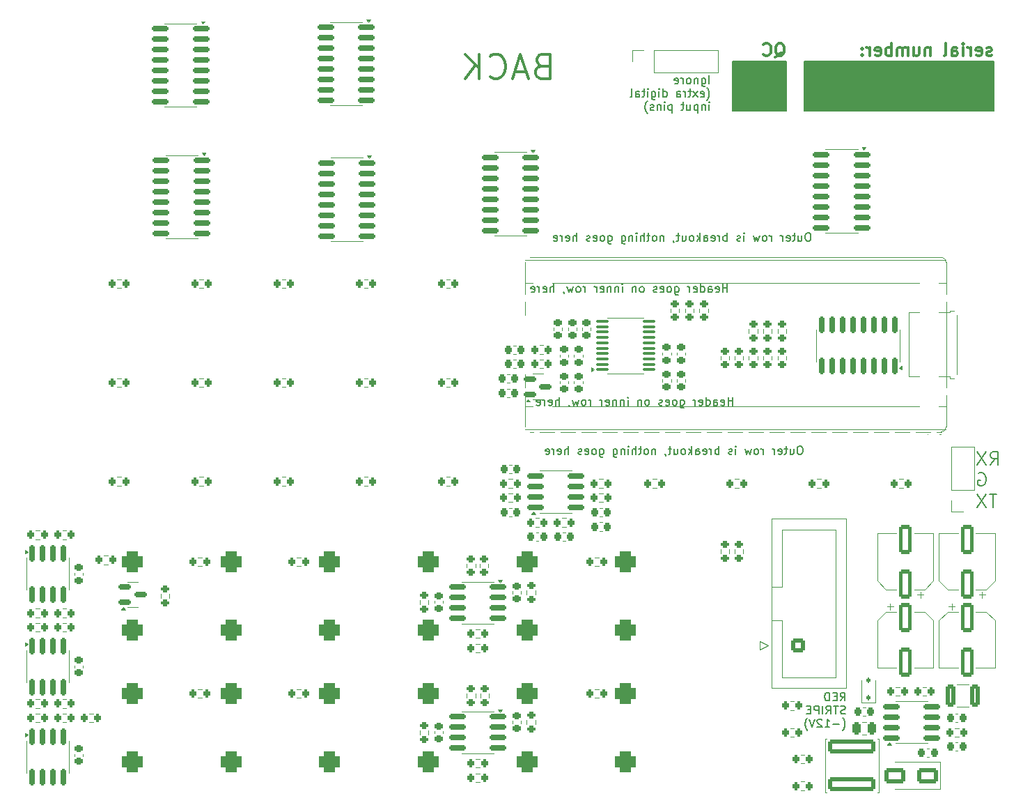
<source format=gbr>
%TF.GenerationSoftware,KiCad,Pcbnew,9.0.5*%
%TF.CreationDate,2026-01-23T09:59:20+00:00*%
%TF.ProjectId,dk2_07,646b325f-3037-42e6-9b69-6361645f7063,rev?*%
%TF.SameCoordinates,Original*%
%TF.FileFunction,Legend,Bot*%
%TF.FilePolarity,Positive*%
%FSLAX46Y46*%
G04 Gerber Fmt 4.6, Leading zero omitted, Abs format (unit mm)*
G04 Created by KiCad (PCBNEW 9.0.5) date 2026-01-23 09:59:20*
%MOMM*%
%LPD*%
G01*
G04 APERTURE LIST*
G04 Aperture macros list*
%AMRoundRect*
0 Rectangle with rounded corners*
0 $1 Rounding radius*
0 $2 $3 $4 $5 $6 $7 $8 $9 X,Y pos of 4 corners*
0 Add a 4 corners polygon primitive as box body*
4,1,4,$2,$3,$4,$5,$6,$7,$8,$9,$2,$3,0*
0 Add four circle primitives for the rounded corners*
1,1,$1+$1,$2,$3*
1,1,$1+$1,$4,$5*
1,1,$1+$1,$6,$7*
1,1,$1+$1,$8,$9*
0 Add four rect primitives between the rounded corners*
20,1,$1+$1,$2,$3,$4,$5,0*
20,1,$1+$1,$4,$5,$6,$7,0*
20,1,$1+$1,$6,$7,$8,$9,0*
20,1,$1+$1,$8,$9,$2,$3,0*%
G04 Aperture macros list end*
%ADD10C,0.200000*%
%ADD11C,0.150000*%
%ADD12C,0.300000*%
%ADD13C,0.375000*%
%ADD14C,0.120000*%
%ADD15C,2.000000*%
%ADD16O,2.720000X3.240000*%
%ADD17R,1.800000X1.800000*%
%ADD18C,1.800000*%
%ADD19O,3.100000X2.300000*%
%ADD20RoundRect,0.650000X-0.650000X-0.650000X0.650000X-0.650000X0.650000X0.650000X-0.650000X0.650000X0*%
%ADD21R,1.500000X1.500000*%
%ADD22C,1.500000*%
%ADD23C,1.050000*%
%ADD24R,1.350000X1.350000*%
%ADD25RoundRect,0.200000X0.200000X0.275000X-0.200000X0.275000X-0.200000X-0.275000X0.200000X-0.275000X0*%
%ADD26RoundRect,0.150000X-0.587500X-0.150000X0.587500X-0.150000X0.587500X0.150000X-0.587500X0.150000X0*%
%ADD27RoundRect,0.225000X0.250000X-0.225000X0.250000X0.225000X-0.250000X0.225000X-0.250000X-0.225000X0*%
%ADD28RoundRect,0.225000X0.225000X0.250000X-0.225000X0.250000X-0.225000X-0.250000X0.225000X-0.250000X0*%
%ADD29RoundRect,0.200000X-0.200000X-0.275000X0.200000X-0.275000X0.200000X0.275000X-0.200000X0.275000X0*%
%ADD30RoundRect,0.250000X-0.550000X1.500000X-0.550000X-1.500000X0.550000X-1.500000X0.550000X1.500000X0*%
%ADD31RoundRect,0.150000X-0.150000X0.825000X-0.150000X-0.825000X0.150000X-0.825000X0.150000X0.825000X0*%
%ADD32RoundRect,0.225000X-0.225000X-0.250000X0.225000X-0.250000X0.225000X0.250000X-0.225000X0.250000X0*%
%ADD33RoundRect,0.200000X0.275000X-0.200000X0.275000X0.200000X-0.275000X0.200000X-0.275000X-0.200000X0*%
%ADD34RoundRect,0.225000X-0.250000X0.225000X-0.250000X-0.225000X0.250000X-0.225000X0.250000X0.225000X0*%
%ADD35RoundRect,0.200000X-0.275000X0.200000X-0.275000X-0.200000X0.275000X-0.200000X0.275000X0.200000X0*%
%ADD36RoundRect,0.250000X-0.325000X-1.100000X0.325000X-1.100000X0.325000X1.100000X-0.325000X1.100000X0*%
%ADD37RoundRect,0.150000X0.825000X0.150000X-0.825000X0.150000X-0.825000X-0.150000X0.825000X-0.150000X0*%
%ADD38RoundRect,0.250000X0.550000X-1.500000X0.550000X1.500000X-0.550000X1.500000X-0.550000X-1.500000X0*%
%ADD39RoundRect,0.100000X-0.637500X-0.100000X0.637500X-0.100000X0.637500X0.100000X-0.637500X0.100000X0*%
%ADD40RoundRect,0.112500X0.112500X-0.187500X0.112500X0.187500X-0.112500X0.187500X-0.112500X-0.187500X0*%
%ADD41RoundRect,0.150000X0.150000X-0.825000X0.150000X0.825000X-0.150000X0.825000X-0.150000X-0.825000X0*%
%ADD42RoundRect,0.150000X-0.825000X-0.150000X0.825000X-0.150000X0.825000X0.150000X-0.825000X0.150000X0*%
%ADD43R,1.700000X1.700000*%
%ADD44C,1.700000*%
%ADD45RoundRect,0.250000X0.250000X0.475000X-0.250000X0.475000X-0.250000X-0.475000X0.250000X-0.475000X0*%
%ADD46RoundRect,0.250000X-0.600000X-0.600000X0.600000X-0.600000X0.600000X0.600000X-0.600000X0.600000X0*%
%ADD47RoundRect,0.250000X1.000000X0.650000X-1.000000X0.650000X-1.000000X-0.650000X1.000000X-0.650000X0*%
%ADD48RoundRect,0.250000X2.600000X-0.600000X2.600000X0.600000X-2.600000X0.600000X-2.600000X-0.600000X0*%
G04 APERTURE END LIST*
D10*
X165750000Y-58250000D02*
X188750000Y-58250000D01*
X188750000Y-64250000D01*
X165750000Y-64250000D01*
X165750000Y-58250000D01*
G36*
X165750000Y-58250000D02*
G01*
X188750000Y-58250000D01*
X188750000Y-64250000D01*
X165750000Y-64250000D01*
X165750000Y-58250000D01*
G37*
X157000000Y-58250000D02*
X163500000Y-58250000D01*
X163500000Y-64250000D01*
X157000000Y-64250000D01*
X157000000Y-58250000D01*
G36*
X157000000Y-58250000D02*
G01*
X163500000Y-58250000D01*
X163500000Y-64250000D01*
X157000000Y-64250000D01*
X157000000Y-58250000D01*
G37*
D11*
X165272744Y-104969819D02*
X165082268Y-104969819D01*
X165082268Y-104969819D02*
X164987030Y-105017438D01*
X164987030Y-105017438D02*
X164891792Y-105112676D01*
X164891792Y-105112676D02*
X164844173Y-105303152D01*
X164844173Y-105303152D02*
X164844173Y-105636485D01*
X164844173Y-105636485D02*
X164891792Y-105826961D01*
X164891792Y-105826961D02*
X164987030Y-105922200D01*
X164987030Y-105922200D02*
X165082268Y-105969819D01*
X165082268Y-105969819D02*
X165272744Y-105969819D01*
X165272744Y-105969819D02*
X165367982Y-105922200D01*
X165367982Y-105922200D02*
X165463220Y-105826961D01*
X165463220Y-105826961D02*
X165510839Y-105636485D01*
X165510839Y-105636485D02*
X165510839Y-105303152D01*
X165510839Y-105303152D02*
X165463220Y-105112676D01*
X165463220Y-105112676D02*
X165367982Y-105017438D01*
X165367982Y-105017438D02*
X165272744Y-104969819D01*
X163987030Y-105303152D02*
X163987030Y-105969819D01*
X164415601Y-105303152D02*
X164415601Y-105826961D01*
X164415601Y-105826961D02*
X164367982Y-105922200D01*
X164367982Y-105922200D02*
X164272744Y-105969819D01*
X164272744Y-105969819D02*
X164129887Y-105969819D01*
X164129887Y-105969819D02*
X164034649Y-105922200D01*
X164034649Y-105922200D02*
X163987030Y-105874580D01*
X163653696Y-105303152D02*
X163272744Y-105303152D01*
X163510839Y-104969819D02*
X163510839Y-105826961D01*
X163510839Y-105826961D02*
X163463220Y-105922200D01*
X163463220Y-105922200D02*
X163367982Y-105969819D01*
X163367982Y-105969819D02*
X163272744Y-105969819D01*
X162558458Y-105922200D02*
X162653696Y-105969819D01*
X162653696Y-105969819D02*
X162844172Y-105969819D01*
X162844172Y-105969819D02*
X162939410Y-105922200D01*
X162939410Y-105922200D02*
X162987029Y-105826961D01*
X162987029Y-105826961D02*
X162987029Y-105446009D01*
X162987029Y-105446009D02*
X162939410Y-105350771D01*
X162939410Y-105350771D02*
X162844172Y-105303152D01*
X162844172Y-105303152D02*
X162653696Y-105303152D01*
X162653696Y-105303152D02*
X162558458Y-105350771D01*
X162558458Y-105350771D02*
X162510839Y-105446009D01*
X162510839Y-105446009D02*
X162510839Y-105541247D01*
X162510839Y-105541247D02*
X162987029Y-105636485D01*
X162082267Y-105969819D02*
X162082267Y-105303152D01*
X162082267Y-105493628D02*
X162034648Y-105398390D01*
X162034648Y-105398390D02*
X161987029Y-105350771D01*
X161987029Y-105350771D02*
X161891791Y-105303152D01*
X161891791Y-105303152D02*
X161796553Y-105303152D01*
X160701314Y-105969819D02*
X160701314Y-105303152D01*
X160701314Y-105493628D02*
X160653695Y-105398390D01*
X160653695Y-105398390D02*
X160606076Y-105350771D01*
X160606076Y-105350771D02*
X160510838Y-105303152D01*
X160510838Y-105303152D02*
X160415600Y-105303152D01*
X159939409Y-105969819D02*
X160034647Y-105922200D01*
X160034647Y-105922200D02*
X160082266Y-105874580D01*
X160082266Y-105874580D02*
X160129885Y-105779342D01*
X160129885Y-105779342D02*
X160129885Y-105493628D01*
X160129885Y-105493628D02*
X160082266Y-105398390D01*
X160082266Y-105398390D02*
X160034647Y-105350771D01*
X160034647Y-105350771D02*
X159939409Y-105303152D01*
X159939409Y-105303152D02*
X159796552Y-105303152D01*
X159796552Y-105303152D02*
X159701314Y-105350771D01*
X159701314Y-105350771D02*
X159653695Y-105398390D01*
X159653695Y-105398390D02*
X159606076Y-105493628D01*
X159606076Y-105493628D02*
X159606076Y-105779342D01*
X159606076Y-105779342D02*
X159653695Y-105874580D01*
X159653695Y-105874580D02*
X159701314Y-105922200D01*
X159701314Y-105922200D02*
X159796552Y-105969819D01*
X159796552Y-105969819D02*
X159939409Y-105969819D01*
X159272742Y-105303152D02*
X159082266Y-105969819D01*
X159082266Y-105969819D02*
X158891790Y-105493628D01*
X158891790Y-105493628D02*
X158701314Y-105969819D01*
X158701314Y-105969819D02*
X158510838Y-105303152D01*
X157367980Y-105969819D02*
X157367980Y-105303152D01*
X157367980Y-104969819D02*
X157415599Y-105017438D01*
X157415599Y-105017438D02*
X157367980Y-105065057D01*
X157367980Y-105065057D02*
X157320361Y-105017438D01*
X157320361Y-105017438D02*
X157367980Y-104969819D01*
X157367980Y-104969819D02*
X157367980Y-105065057D01*
X156939409Y-105922200D02*
X156844171Y-105969819D01*
X156844171Y-105969819D02*
X156653695Y-105969819D01*
X156653695Y-105969819D02*
X156558457Y-105922200D01*
X156558457Y-105922200D02*
X156510838Y-105826961D01*
X156510838Y-105826961D02*
X156510838Y-105779342D01*
X156510838Y-105779342D02*
X156558457Y-105684104D01*
X156558457Y-105684104D02*
X156653695Y-105636485D01*
X156653695Y-105636485D02*
X156796552Y-105636485D01*
X156796552Y-105636485D02*
X156891790Y-105588866D01*
X156891790Y-105588866D02*
X156939409Y-105493628D01*
X156939409Y-105493628D02*
X156939409Y-105446009D01*
X156939409Y-105446009D02*
X156891790Y-105350771D01*
X156891790Y-105350771D02*
X156796552Y-105303152D01*
X156796552Y-105303152D02*
X156653695Y-105303152D01*
X156653695Y-105303152D02*
X156558457Y-105350771D01*
X155320361Y-105969819D02*
X155320361Y-104969819D01*
X155320361Y-105350771D02*
X155225123Y-105303152D01*
X155225123Y-105303152D02*
X155034647Y-105303152D01*
X155034647Y-105303152D02*
X154939409Y-105350771D01*
X154939409Y-105350771D02*
X154891790Y-105398390D01*
X154891790Y-105398390D02*
X154844171Y-105493628D01*
X154844171Y-105493628D02*
X154844171Y-105779342D01*
X154844171Y-105779342D02*
X154891790Y-105874580D01*
X154891790Y-105874580D02*
X154939409Y-105922200D01*
X154939409Y-105922200D02*
X155034647Y-105969819D01*
X155034647Y-105969819D02*
X155225123Y-105969819D01*
X155225123Y-105969819D02*
X155320361Y-105922200D01*
X154415599Y-105969819D02*
X154415599Y-105303152D01*
X154415599Y-105493628D02*
X154367980Y-105398390D01*
X154367980Y-105398390D02*
X154320361Y-105350771D01*
X154320361Y-105350771D02*
X154225123Y-105303152D01*
X154225123Y-105303152D02*
X154129885Y-105303152D01*
X153415599Y-105922200D02*
X153510837Y-105969819D01*
X153510837Y-105969819D02*
X153701313Y-105969819D01*
X153701313Y-105969819D02*
X153796551Y-105922200D01*
X153796551Y-105922200D02*
X153844170Y-105826961D01*
X153844170Y-105826961D02*
X153844170Y-105446009D01*
X153844170Y-105446009D02*
X153796551Y-105350771D01*
X153796551Y-105350771D02*
X153701313Y-105303152D01*
X153701313Y-105303152D02*
X153510837Y-105303152D01*
X153510837Y-105303152D02*
X153415599Y-105350771D01*
X153415599Y-105350771D02*
X153367980Y-105446009D01*
X153367980Y-105446009D02*
X153367980Y-105541247D01*
X153367980Y-105541247D02*
X153844170Y-105636485D01*
X152510837Y-105969819D02*
X152510837Y-105446009D01*
X152510837Y-105446009D02*
X152558456Y-105350771D01*
X152558456Y-105350771D02*
X152653694Y-105303152D01*
X152653694Y-105303152D02*
X152844170Y-105303152D01*
X152844170Y-105303152D02*
X152939408Y-105350771D01*
X152510837Y-105922200D02*
X152606075Y-105969819D01*
X152606075Y-105969819D02*
X152844170Y-105969819D01*
X152844170Y-105969819D02*
X152939408Y-105922200D01*
X152939408Y-105922200D02*
X152987027Y-105826961D01*
X152987027Y-105826961D02*
X152987027Y-105731723D01*
X152987027Y-105731723D02*
X152939408Y-105636485D01*
X152939408Y-105636485D02*
X152844170Y-105588866D01*
X152844170Y-105588866D02*
X152606075Y-105588866D01*
X152606075Y-105588866D02*
X152510837Y-105541247D01*
X152034646Y-105969819D02*
X152034646Y-104969819D01*
X151939408Y-105588866D02*
X151653694Y-105969819D01*
X151653694Y-105303152D02*
X152034646Y-105684104D01*
X151082265Y-105969819D02*
X151177503Y-105922200D01*
X151177503Y-105922200D02*
X151225122Y-105874580D01*
X151225122Y-105874580D02*
X151272741Y-105779342D01*
X151272741Y-105779342D02*
X151272741Y-105493628D01*
X151272741Y-105493628D02*
X151225122Y-105398390D01*
X151225122Y-105398390D02*
X151177503Y-105350771D01*
X151177503Y-105350771D02*
X151082265Y-105303152D01*
X151082265Y-105303152D02*
X150939408Y-105303152D01*
X150939408Y-105303152D02*
X150844170Y-105350771D01*
X150844170Y-105350771D02*
X150796551Y-105398390D01*
X150796551Y-105398390D02*
X150748932Y-105493628D01*
X150748932Y-105493628D02*
X150748932Y-105779342D01*
X150748932Y-105779342D02*
X150796551Y-105874580D01*
X150796551Y-105874580D02*
X150844170Y-105922200D01*
X150844170Y-105922200D02*
X150939408Y-105969819D01*
X150939408Y-105969819D02*
X151082265Y-105969819D01*
X149891789Y-105303152D02*
X149891789Y-105969819D01*
X150320360Y-105303152D02*
X150320360Y-105826961D01*
X150320360Y-105826961D02*
X150272741Y-105922200D01*
X150272741Y-105922200D02*
X150177503Y-105969819D01*
X150177503Y-105969819D02*
X150034646Y-105969819D01*
X150034646Y-105969819D02*
X149939408Y-105922200D01*
X149939408Y-105922200D02*
X149891789Y-105874580D01*
X149558455Y-105303152D02*
X149177503Y-105303152D01*
X149415598Y-104969819D02*
X149415598Y-105826961D01*
X149415598Y-105826961D02*
X149367979Y-105922200D01*
X149367979Y-105922200D02*
X149272741Y-105969819D01*
X149272741Y-105969819D02*
X149177503Y-105969819D01*
X148796550Y-105922200D02*
X148796550Y-105969819D01*
X148796550Y-105969819D02*
X148844169Y-106065057D01*
X148844169Y-106065057D02*
X148891788Y-106112676D01*
X147606074Y-105303152D02*
X147606074Y-105969819D01*
X147606074Y-105398390D02*
X147558455Y-105350771D01*
X147558455Y-105350771D02*
X147463217Y-105303152D01*
X147463217Y-105303152D02*
X147320360Y-105303152D01*
X147320360Y-105303152D02*
X147225122Y-105350771D01*
X147225122Y-105350771D02*
X147177503Y-105446009D01*
X147177503Y-105446009D02*
X147177503Y-105969819D01*
X146558455Y-105969819D02*
X146653693Y-105922200D01*
X146653693Y-105922200D02*
X146701312Y-105874580D01*
X146701312Y-105874580D02*
X146748931Y-105779342D01*
X146748931Y-105779342D02*
X146748931Y-105493628D01*
X146748931Y-105493628D02*
X146701312Y-105398390D01*
X146701312Y-105398390D02*
X146653693Y-105350771D01*
X146653693Y-105350771D02*
X146558455Y-105303152D01*
X146558455Y-105303152D02*
X146415598Y-105303152D01*
X146415598Y-105303152D02*
X146320360Y-105350771D01*
X146320360Y-105350771D02*
X146272741Y-105398390D01*
X146272741Y-105398390D02*
X146225122Y-105493628D01*
X146225122Y-105493628D02*
X146225122Y-105779342D01*
X146225122Y-105779342D02*
X146272741Y-105874580D01*
X146272741Y-105874580D02*
X146320360Y-105922200D01*
X146320360Y-105922200D02*
X146415598Y-105969819D01*
X146415598Y-105969819D02*
X146558455Y-105969819D01*
X145939407Y-105303152D02*
X145558455Y-105303152D01*
X145796550Y-104969819D02*
X145796550Y-105826961D01*
X145796550Y-105826961D02*
X145748931Y-105922200D01*
X145748931Y-105922200D02*
X145653693Y-105969819D01*
X145653693Y-105969819D02*
X145558455Y-105969819D01*
X145225121Y-105969819D02*
X145225121Y-104969819D01*
X144796550Y-105969819D02*
X144796550Y-105446009D01*
X144796550Y-105446009D02*
X144844169Y-105350771D01*
X144844169Y-105350771D02*
X144939407Y-105303152D01*
X144939407Y-105303152D02*
X145082264Y-105303152D01*
X145082264Y-105303152D02*
X145177502Y-105350771D01*
X145177502Y-105350771D02*
X145225121Y-105398390D01*
X144320359Y-105969819D02*
X144320359Y-105303152D01*
X144320359Y-104969819D02*
X144367978Y-105017438D01*
X144367978Y-105017438D02*
X144320359Y-105065057D01*
X144320359Y-105065057D02*
X144272740Y-105017438D01*
X144272740Y-105017438D02*
X144320359Y-104969819D01*
X144320359Y-104969819D02*
X144320359Y-105065057D01*
X143844169Y-105303152D02*
X143844169Y-105969819D01*
X143844169Y-105398390D02*
X143796550Y-105350771D01*
X143796550Y-105350771D02*
X143701312Y-105303152D01*
X143701312Y-105303152D02*
X143558455Y-105303152D01*
X143558455Y-105303152D02*
X143463217Y-105350771D01*
X143463217Y-105350771D02*
X143415598Y-105446009D01*
X143415598Y-105446009D02*
X143415598Y-105969819D01*
X142510836Y-105303152D02*
X142510836Y-106112676D01*
X142510836Y-106112676D02*
X142558455Y-106207914D01*
X142558455Y-106207914D02*
X142606074Y-106255533D01*
X142606074Y-106255533D02*
X142701312Y-106303152D01*
X142701312Y-106303152D02*
X142844169Y-106303152D01*
X142844169Y-106303152D02*
X142939407Y-106255533D01*
X142510836Y-105922200D02*
X142606074Y-105969819D01*
X142606074Y-105969819D02*
X142796550Y-105969819D01*
X142796550Y-105969819D02*
X142891788Y-105922200D01*
X142891788Y-105922200D02*
X142939407Y-105874580D01*
X142939407Y-105874580D02*
X142987026Y-105779342D01*
X142987026Y-105779342D02*
X142987026Y-105493628D01*
X142987026Y-105493628D02*
X142939407Y-105398390D01*
X142939407Y-105398390D02*
X142891788Y-105350771D01*
X142891788Y-105350771D02*
X142796550Y-105303152D01*
X142796550Y-105303152D02*
X142606074Y-105303152D01*
X142606074Y-105303152D02*
X142510836Y-105350771D01*
X140844169Y-105303152D02*
X140844169Y-106112676D01*
X140844169Y-106112676D02*
X140891788Y-106207914D01*
X140891788Y-106207914D02*
X140939407Y-106255533D01*
X140939407Y-106255533D02*
X141034645Y-106303152D01*
X141034645Y-106303152D02*
X141177502Y-106303152D01*
X141177502Y-106303152D02*
X141272740Y-106255533D01*
X140844169Y-105922200D02*
X140939407Y-105969819D01*
X140939407Y-105969819D02*
X141129883Y-105969819D01*
X141129883Y-105969819D02*
X141225121Y-105922200D01*
X141225121Y-105922200D02*
X141272740Y-105874580D01*
X141272740Y-105874580D02*
X141320359Y-105779342D01*
X141320359Y-105779342D02*
X141320359Y-105493628D01*
X141320359Y-105493628D02*
X141272740Y-105398390D01*
X141272740Y-105398390D02*
X141225121Y-105350771D01*
X141225121Y-105350771D02*
X141129883Y-105303152D01*
X141129883Y-105303152D02*
X140939407Y-105303152D01*
X140939407Y-105303152D02*
X140844169Y-105350771D01*
X140225121Y-105969819D02*
X140320359Y-105922200D01*
X140320359Y-105922200D02*
X140367978Y-105874580D01*
X140367978Y-105874580D02*
X140415597Y-105779342D01*
X140415597Y-105779342D02*
X140415597Y-105493628D01*
X140415597Y-105493628D02*
X140367978Y-105398390D01*
X140367978Y-105398390D02*
X140320359Y-105350771D01*
X140320359Y-105350771D02*
X140225121Y-105303152D01*
X140225121Y-105303152D02*
X140082264Y-105303152D01*
X140082264Y-105303152D02*
X139987026Y-105350771D01*
X139987026Y-105350771D02*
X139939407Y-105398390D01*
X139939407Y-105398390D02*
X139891788Y-105493628D01*
X139891788Y-105493628D02*
X139891788Y-105779342D01*
X139891788Y-105779342D02*
X139939407Y-105874580D01*
X139939407Y-105874580D02*
X139987026Y-105922200D01*
X139987026Y-105922200D02*
X140082264Y-105969819D01*
X140082264Y-105969819D02*
X140225121Y-105969819D01*
X139082264Y-105922200D02*
X139177502Y-105969819D01*
X139177502Y-105969819D02*
X139367978Y-105969819D01*
X139367978Y-105969819D02*
X139463216Y-105922200D01*
X139463216Y-105922200D02*
X139510835Y-105826961D01*
X139510835Y-105826961D02*
X139510835Y-105446009D01*
X139510835Y-105446009D02*
X139463216Y-105350771D01*
X139463216Y-105350771D02*
X139367978Y-105303152D01*
X139367978Y-105303152D02*
X139177502Y-105303152D01*
X139177502Y-105303152D02*
X139082264Y-105350771D01*
X139082264Y-105350771D02*
X139034645Y-105446009D01*
X139034645Y-105446009D02*
X139034645Y-105541247D01*
X139034645Y-105541247D02*
X139510835Y-105636485D01*
X138653692Y-105922200D02*
X138558454Y-105969819D01*
X138558454Y-105969819D02*
X138367978Y-105969819D01*
X138367978Y-105969819D02*
X138272740Y-105922200D01*
X138272740Y-105922200D02*
X138225121Y-105826961D01*
X138225121Y-105826961D02*
X138225121Y-105779342D01*
X138225121Y-105779342D02*
X138272740Y-105684104D01*
X138272740Y-105684104D02*
X138367978Y-105636485D01*
X138367978Y-105636485D02*
X138510835Y-105636485D01*
X138510835Y-105636485D02*
X138606073Y-105588866D01*
X138606073Y-105588866D02*
X138653692Y-105493628D01*
X138653692Y-105493628D02*
X138653692Y-105446009D01*
X138653692Y-105446009D02*
X138606073Y-105350771D01*
X138606073Y-105350771D02*
X138510835Y-105303152D01*
X138510835Y-105303152D02*
X138367978Y-105303152D01*
X138367978Y-105303152D02*
X138272740Y-105350771D01*
X137034644Y-105969819D02*
X137034644Y-104969819D01*
X136606073Y-105969819D02*
X136606073Y-105446009D01*
X136606073Y-105446009D02*
X136653692Y-105350771D01*
X136653692Y-105350771D02*
X136748930Y-105303152D01*
X136748930Y-105303152D02*
X136891787Y-105303152D01*
X136891787Y-105303152D02*
X136987025Y-105350771D01*
X136987025Y-105350771D02*
X137034644Y-105398390D01*
X135748930Y-105922200D02*
X135844168Y-105969819D01*
X135844168Y-105969819D02*
X136034644Y-105969819D01*
X136034644Y-105969819D02*
X136129882Y-105922200D01*
X136129882Y-105922200D02*
X136177501Y-105826961D01*
X136177501Y-105826961D02*
X136177501Y-105446009D01*
X136177501Y-105446009D02*
X136129882Y-105350771D01*
X136129882Y-105350771D02*
X136034644Y-105303152D01*
X136034644Y-105303152D02*
X135844168Y-105303152D01*
X135844168Y-105303152D02*
X135748930Y-105350771D01*
X135748930Y-105350771D02*
X135701311Y-105446009D01*
X135701311Y-105446009D02*
X135701311Y-105541247D01*
X135701311Y-105541247D02*
X136177501Y-105636485D01*
X135272739Y-105969819D02*
X135272739Y-105303152D01*
X135272739Y-105493628D02*
X135225120Y-105398390D01*
X135225120Y-105398390D02*
X135177501Y-105350771D01*
X135177501Y-105350771D02*
X135082263Y-105303152D01*
X135082263Y-105303152D02*
X134987025Y-105303152D01*
X134272739Y-105922200D02*
X134367977Y-105969819D01*
X134367977Y-105969819D02*
X134558453Y-105969819D01*
X134558453Y-105969819D02*
X134653691Y-105922200D01*
X134653691Y-105922200D02*
X134701310Y-105826961D01*
X134701310Y-105826961D02*
X134701310Y-105446009D01*
X134701310Y-105446009D02*
X134653691Y-105350771D01*
X134653691Y-105350771D02*
X134558453Y-105303152D01*
X134558453Y-105303152D02*
X134367977Y-105303152D01*
X134367977Y-105303152D02*
X134272739Y-105350771D01*
X134272739Y-105350771D02*
X134225120Y-105446009D01*
X134225120Y-105446009D02*
X134225120Y-105541247D01*
X134225120Y-105541247D02*
X134701310Y-105636485D01*
D12*
X188516917Y-57479400D02*
X188374060Y-57550828D01*
X188374060Y-57550828D02*
X188088346Y-57550828D01*
X188088346Y-57550828D02*
X187945489Y-57479400D01*
X187945489Y-57479400D02*
X187874060Y-57336542D01*
X187874060Y-57336542D02*
X187874060Y-57265114D01*
X187874060Y-57265114D02*
X187945489Y-57122257D01*
X187945489Y-57122257D02*
X188088346Y-57050828D01*
X188088346Y-57050828D02*
X188302632Y-57050828D01*
X188302632Y-57050828D02*
X188445489Y-56979400D01*
X188445489Y-56979400D02*
X188516917Y-56836542D01*
X188516917Y-56836542D02*
X188516917Y-56765114D01*
X188516917Y-56765114D02*
X188445489Y-56622257D01*
X188445489Y-56622257D02*
X188302632Y-56550828D01*
X188302632Y-56550828D02*
X188088346Y-56550828D01*
X188088346Y-56550828D02*
X187945489Y-56622257D01*
X186659774Y-57479400D02*
X186802631Y-57550828D01*
X186802631Y-57550828D02*
X187088346Y-57550828D01*
X187088346Y-57550828D02*
X187231203Y-57479400D01*
X187231203Y-57479400D02*
X187302631Y-57336542D01*
X187302631Y-57336542D02*
X187302631Y-56765114D01*
X187302631Y-56765114D02*
X187231203Y-56622257D01*
X187231203Y-56622257D02*
X187088346Y-56550828D01*
X187088346Y-56550828D02*
X186802631Y-56550828D01*
X186802631Y-56550828D02*
X186659774Y-56622257D01*
X186659774Y-56622257D02*
X186588346Y-56765114D01*
X186588346Y-56765114D02*
X186588346Y-56907971D01*
X186588346Y-56907971D02*
X187302631Y-57050828D01*
X185945489Y-57550828D02*
X185945489Y-56550828D01*
X185945489Y-56836542D02*
X185874060Y-56693685D01*
X185874060Y-56693685D02*
X185802632Y-56622257D01*
X185802632Y-56622257D02*
X185659774Y-56550828D01*
X185659774Y-56550828D02*
X185516917Y-56550828D01*
X185016918Y-57550828D02*
X185016918Y-56550828D01*
X185016918Y-56050828D02*
X185088346Y-56122257D01*
X185088346Y-56122257D02*
X185016918Y-56193685D01*
X185016918Y-56193685D02*
X184945489Y-56122257D01*
X184945489Y-56122257D02*
X185016918Y-56050828D01*
X185016918Y-56050828D02*
X185016918Y-56193685D01*
X183659775Y-57550828D02*
X183659775Y-56765114D01*
X183659775Y-56765114D02*
X183731203Y-56622257D01*
X183731203Y-56622257D02*
X183874060Y-56550828D01*
X183874060Y-56550828D02*
X184159775Y-56550828D01*
X184159775Y-56550828D02*
X184302632Y-56622257D01*
X183659775Y-57479400D02*
X183802632Y-57550828D01*
X183802632Y-57550828D02*
X184159775Y-57550828D01*
X184159775Y-57550828D02*
X184302632Y-57479400D01*
X184302632Y-57479400D02*
X184374060Y-57336542D01*
X184374060Y-57336542D02*
X184374060Y-57193685D01*
X184374060Y-57193685D02*
X184302632Y-57050828D01*
X184302632Y-57050828D02*
X184159775Y-56979400D01*
X184159775Y-56979400D02*
X183802632Y-56979400D01*
X183802632Y-56979400D02*
X183659775Y-56907971D01*
X182731203Y-57550828D02*
X182874060Y-57479400D01*
X182874060Y-57479400D02*
X182945489Y-57336542D01*
X182945489Y-57336542D02*
X182945489Y-56050828D01*
X181016918Y-56550828D02*
X181016918Y-57550828D01*
X181016918Y-56693685D02*
X180945489Y-56622257D01*
X180945489Y-56622257D02*
X180802632Y-56550828D01*
X180802632Y-56550828D02*
X180588346Y-56550828D01*
X180588346Y-56550828D02*
X180445489Y-56622257D01*
X180445489Y-56622257D02*
X180374061Y-56765114D01*
X180374061Y-56765114D02*
X180374061Y-57550828D01*
X179016918Y-56550828D02*
X179016918Y-57550828D01*
X179659775Y-56550828D02*
X179659775Y-57336542D01*
X179659775Y-57336542D02*
X179588346Y-57479400D01*
X179588346Y-57479400D02*
X179445489Y-57550828D01*
X179445489Y-57550828D02*
X179231203Y-57550828D01*
X179231203Y-57550828D02*
X179088346Y-57479400D01*
X179088346Y-57479400D02*
X179016918Y-57407971D01*
X178302632Y-57550828D02*
X178302632Y-56550828D01*
X178302632Y-56693685D02*
X178231203Y-56622257D01*
X178231203Y-56622257D02*
X178088346Y-56550828D01*
X178088346Y-56550828D02*
X177874060Y-56550828D01*
X177874060Y-56550828D02*
X177731203Y-56622257D01*
X177731203Y-56622257D02*
X177659775Y-56765114D01*
X177659775Y-56765114D02*
X177659775Y-57550828D01*
X177659775Y-56765114D02*
X177588346Y-56622257D01*
X177588346Y-56622257D02*
X177445489Y-56550828D01*
X177445489Y-56550828D02*
X177231203Y-56550828D01*
X177231203Y-56550828D02*
X177088346Y-56622257D01*
X177088346Y-56622257D02*
X177016917Y-56765114D01*
X177016917Y-56765114D02*
X177016917Y-57550828D01*
X176302632Y-57550828D02*
X176302632Y-56050828D01*
X176302632Y-56622257D02*
X176159775Y-56550828D01*
X176159775Y-56550828D02*
X175874060Y-56550828D01*
X175874060Y-56550828D02*
X175731203Y-56622257D01*
X175731203Y-56622257D02*
X175659775Y-56693685D01*
X175659775Y-56693685D02*
X175588346Y-56836542D01*
X175588346Y-56836542D02*
X175588346Y-57265114D01*
X175588346Y-57265114D02*
X175659775Y-57407971D01*
X175659775Y-57407971D02*
X175731203Y-57479400D01*
X175731203Y-57479400D02*
X175874060Y-57550828D01*
X175874060Y-57550828D02*
X176159775Y-57550828D01*
X176159775Y-57550828D02*
X176302632Y-57479400D01*
X174374060Y-57479400D02*
X174516917Y-57550828D01*
X174516917Y-57550828D02*
X174802632Y-57550828D01*
X174802632Y-57550828D02*
X174945489Y-57479400D01*
X174945489Y-57479400D02*
X175016917Y-57336542D01*
X175016917Y-57336542D02*
X175016917Y-56765114D01*
X175016917Y-56765114D02*
X174945489Y-56622257D01*
X174945489Y-56622257D02*
X174802632Y-56550828D01*
X174802632Y-56550828D02*
X174516917Y-56550828D01*
X174516917Y-56550828D02*
X174374060Y-56622257D01*
X174374060Y-56622257D02*
X174302632Y-56765114D01*
X174302632Y-56765114D02*
X174302632Y-56907971D01*
X174302632Y-56907971D02*
X175016917Y-57050828D01*
X173659775Y-57550828D02*
X173659775Y-56550828D01*
X173659775Y-56836542D02*
X173588346Y-56693685D01*
X173588346Y-56693685D02*
X173516918Y-56622257D01*
X173516918Y-56622257D02*
X173374060Y-56550828D01*
X173374060Y-56550828D02*
X173231203Y-56550828D01*
X172731204Y-57407971D02*
X172659775Y-57479400D01*
X172659775Y-57479400D02*
X172731204Y-57550828D01*
X172731204Y-57550828D02*
X172802632Y-57479400D01*
X172802632Y-57479400D02*
X172731204Y-57407971D01*
X172731204Y-57407971D02*
X172731204Y-57550828D01*
X172731204Y-56622257D02*
X172659775Y-56693685D01*
X172659775Y-56693685D02*
X172731204Y-56765114D01*
X172731204Y-56765114D02*
X172802632Y-56693685D01*
X172802632Y-56693685D02*
X172731204Y-56622257D01*
X172731204Y-56622257D02*
X172731204Y-56765114D01*
D11*
X157023220Y-100019819D02*
X157023220Y-99019819D01*
X157023220Y-99496009D02*
X156451792Y-99496009D01*
X156451792Y-100019819D02*
X156451792Y-99019819D01*
X155594649Y-99972200D02*
X155689887Y-100019819D01*
X155689887Y-100019819D02*
X155880363Y-100019819D01*
X155880363Y-100019819D02*
X155975601Y-99972200D01*
X155975601Y-99972200D02*
X156023220Y-99876961D01*
X156023220Y-99876961D02*
X156023220Y-99496009D01*
X156023220Y-99496009D02*
X155975601Y-99400771D01*
X155975601Y-99400771D02*
X155880363Y-99353152D01*
X155880363Y-99353152D02*
X155689887Y-99353152D01*
X155689887Y-99353152D02*
X155594649Y-99400771D01*
X155594649Y-99400771D02*
X155547030Y-99496009D01*
X155547030Y-99496009D02*
X155547030Y-99591247D01*
X155547030Y-99591247D02*
X156023220Y-99686485D01*
X154689887Y-100019819D02*
X154689887Y-99496009D01*
X154689887Y-99496009D02*
X154737506Y-99400771D01*
X154737506Y-99400771D02*
X154832744Y-99353152D01*
X154832744Y-99353152D02*
X155023220Y-99353152D01*
X155023220Y-99353152D02*
X155118458Y-99400771D01*
X154689887Y-99972200D02*
X154785125Y-100019819D01*
X154785125Y-100019819D02*
X155023220Y-100019819D01*
X155023220Y-100019819D02*
X155118458Y-99972200D01*
X155118458Y-99972200D02*
X155166077Y-99876961D01*
X155166077Y-99876961D02*
X155166077Y-99781723D01*
X155166077Y-99781723D02*
X155118458Y-99686485D01*
X155118458Y-99686485D02*
X155023220Y-99638866D01*
X155023220Y-99638866D02*
X154785125Y-99638866D01*
X154785125Y-99638866D02*
X154689887Y-99591247D01*
X153785125Y-100019819D02*
X153785125Y-99019819D01*
X153785125Y-99972200D02*
X153880363Y-100019819D01*
X153880363Y-100019819D02*
X154070839Y-100019819D01*
X154070839Y-100019819D02*
X154166077Y-99972200D01*
X154166077Y-99972200D02*
X154213696Y-99924580D01*
X154213696Y-99924580D02*
X154261315Y-99829342D01*
X154261315Y-99829342D02*
X154261315Y-99543628D01*
X154261315Y-99543628D02*
X154213696Y-99448390D01*
X154213696Y-99448390D02*
X154166077Y-99400771D01*
X154166077Y-99400771D02*
X154070839Y-99353152D01*
X154070839Y-99353152D02*
X153880363Y-99353152D01*
X153880363Y-99353152D02*
X153785125Y-99400771D01*
X152927982Y-99972200D02*
X153023220Y-100019819D01*
X153023220Y-100019819D02*
X153213696Y-100019819D01*
X153213696Y-100019819D02*
X153308934Y-99972200D01*
X153308934Y-99972200D02*
X153356553Y-99876961D01*
X153356553Y-99876961D02*
X153356553Y-99496009D01*
X153356553Y-99496009D02*
X153308934Y-99400771D01*
X153308934Y-99400771D02*
X153213696Y-99353152D01*
X153213696Y-99353152D02*
X153023220Y-99353152D01*
X153023220Y-99353152D02*
X152927982Y-99400771D01*
X152927982Y-99400771D02*
X152880363Y-99496009D01*
X152880363Y-99496009D02*
X152880363Y-99591247D01*
X152880363Y-99591247D02*
X153356553Y-99686485D01*
X152451791Y-100019819D02*
X152451791Y-99353152D01*
X152451791Y-99543628D02*
X152404172Y-99448390D01*
X152404172Y-99448390D02*
X152356553Y-99400771D01*
X152356553Y-99400771D02*
X152261315Y-99353152D01*
X152261315Y-99353152D02*
X152166077Y-99353152D01*
X150642267Y-99353152D02*
X150642267Y-100162676D01*
X150642267Y-100162676D02*
X150689886Y-100257914D01*
X150689886Y-100257914D02*
X150737505Y-100305533D01*
X150737505Y-100305533D02*
X150832743Y-100353152D01*
X150832743Y-100353152D02*
X150975600Y-100353152D01*
X150975600Y-100353152D02*
X151070838Y-100305533D01*
X150642267Y-99972200D02*
X150737505Y-100019819D01*
X150737505Y-100019819D02*
X150927981Y-100019819D01*
X150927981Y-100019819D02*
X151023219Y-99972200D01*
X151023219Y-99972200D02*
X151070838Y-99924580D01*
X151070838Y-99924580D02*
X151118457Y-99829342D01*
X151118457Y-99829342D02*
X151118457Y-99543628D01*
X151118457Y-99543628D02*
X151070838Y-99448390D01*
X151070838Y-99448390D02*
X151023219Y-99400771D01*
X151023219Y-99400771D02*
X150927981Y-99353152D01*
X150927981Y-99353152D02*
X150737505Y-99353152D01*
X150737505Y-99353152D02*
X150642267Y-99400771D01*
X150023219Y-100019819D02*
X150118457Y-99972200D01*
X150118457Y-99972200D02*
X150166076Y-99924580D01*
X150166076Y-99924580D02*
X150213695Y-99829342D01*
X150213695Y-99829342D02*
X150213695Y-99543628D01*
X150213695Y-99543628D02*
X150166076Y-99448390D01*
X150166076Y-99448390D02*
X150118457Y-99400771D01*
X150118457Y-99400771D02*
X150023219Y-99353152D01*
X150023219Y-99353152D02*
X149880362Y-99353152D01*
X149880362Y-99353152D02*
X149785124Y-99400771D01*
X149785124Y-99400771D02*
X149737505Y-99448390D01*
X149737505Y-99448390D02*
X149689886Y-99543628D01*
X149689886Y-99543628D02*
X149689886Y-99829342D01*
X149689886Y-99829342D02*
X149737505Y-99924580D01*
X149737505Y-99924580D02*
X149785124Y-99972200D01*
X149785124Y-99972200D02*
X149880362Y-100019819D01*
X149880362Y-100019819D02*
X150023219Y-100019819D01*
X148880362Y-99972200D02*
X148975600Y-100019819D01*
X148975600Y-100019819D02*
X149166076Y-100019819D01*
X149166076Y-100019819D02*
X149261314Y-99972200D01*
X149261314Y-99972200D02*
X149308933Y-99876961D01*
X149308933Y-99876961D02*
X149308933Y-99496009D01*
X149308933Y-99496009D02*
X149261314Y-99400771D01*
X149261314Y-99400771D02*
X149166076Y-99353152D01*
X149166076Y-99353152D02*
X148975600Y-99353152D01*
X148975600Y-99353152D02*
X148880362Y-99400771D01*
X148880362Y-99400771D02*
X148832743Y-99496009D01*
X148832743Y-99496009D02*
X148832743Y-99591247D01*
X148832743Y-99591247D02*
X149308933Y-99686485D01*
X148451790Y-99972200D02*
X148356552Y-100019819D01*
X148356552Y-100019819D02*
X148166076Y-100019819D01*
X148166076Y-100019819D02*
X148070838Y-99972200D01*
X148070838Y-99972200D02*
X148023219Y-99876961D01*
X148023219Y-99876961D02*
X148023219Y-99829342D01*
X148023219Y-99829342D02*
X148070838Y-99734104D01*
X148070838Y-99734104D02*
X148166076Y-99686485D01*
X148166076Y-99686485D02*
X148308933Y-99686485D01*
X148308933Y-99686485D02*
X148404171Y-99638866D01*
X148404171Y-99638866D02*
X148451790Y-99543628D01*
X148451790Y-99543628D02*
X148451790Y-99496009D01*
X148451790Y-99496009D02*
X148404171Y-99400771D01*
X148404171Y-99400771D02*
X148308933Y-99353152D01*
X148308933Y-99353152D02*
X148166076Y-99353152D01*
X148166076Y-99353152D02*
X148070838Y-99400771D01*
X146689885Y-100019819D02*
X146785123Y-99972200D01*
X146785123Y-99972200D02*
X146832742Y-99924580D01*
X146832742Y-99924580D02*
X146880361Y-99829342D01*
X146880361Y-99829342D02*
X146880361Y-99543628D01*
X146880361Y-99543628D02*
X146832742Y-99448390D01*
X146832742Y-99448390D02*
X146785123Y-99400771D01*
X146785123Y-99400771D02*
X146689885Y-99353152D01*
X146689885Y-99353152D02*
X146547028Y-99353152D01*
X146547028Y-99353152D02*
X146451790Y-99400771D01*
X146451790Y-99400771D02*
X146404171Y-99448390D01*
X146404171Y-99448390D02*
X146356552Y-99543628D01*
X146356552Y-99543628D02*
X146356552Y-99829342D01*
X146356552Y-99829342D02*
X146404171Y-99924580D01*
X146404171Y-99924580D02*
X146451790Y-99972200D01*
X146451790Y-99972200D02*
X146547028Y-100019819D01*
X146547028Y-100019819D02*
X146689885Y-100019819D01*
X145927980Y-99353152D02*
X145927980Y-100019819D01*
X145927980Y-99448390D02*
X145880361Y-99400771D01*
X145880361Y-99400771D02*
X145785123Y-99353152D01*
X145785123Y-99353152D02*
X145642266Y-99353152D01*
X145642266Y-99353152D02*
X145547028Y-99400771D01*
X145547028Y-99400771D02*
X145499409Y-99496009D01*
X145499409Y-99496009D02*
X145499409Y-100019819D01*
X144261313Y-100019819D02*
X144261313Y-99353152D01*
X144261313Y-99019819D02*
X144308932Y-99067438D01*
X144308932Y-99067438D02*
X144261313Y-99115057D01*
X144261313Y-99115057D02*
X144213694Y-99067438D01*
X144213694Y-99067438D02*
X144261313Y-99019819D01*
X144261313Y-99019819D02*
X144261313Y-99115057D01*
X143785123Y-99353152D02*
X143785123Y-100019819D01*
X143785123Y-99448390D02*
X143737504Y-99400771D01*
X143737504Y-99400771D02*
X143642266Y-99353152D01*
X143642266Y-99353152D02*
X143499409Y-99353152D01*
X143499409Y-99353152D02*
X143404171Y-99400771D01*
X143404171Y-99400771D02*
X143356552Y-99496009D01*
X143356552Y-99496009D02*
X143356552Y-100019819D01*
X142880361Y-99353152D02*
X142880361Y-100019819D01*
X142880361Y-99448390D02*
X142832742Y-99400771D01*
X142832742Y-99400771D02*
X142737504Y-99353152D01*
X142737504Y-99353152D02*
X142594647Y-99353152D01*
X142594647Y-99353152D02*
X142499409Y-99400771D01*
X142499409Y-99400771D02*
X142451790Y-99496009D01*
X142451790Y-99496009D02*
X142451790Y-100019819D01*
X141594647Y-99972200D02*
X141689885Y-100019819D01*
X141689885Y-100019819D02*
X141880361Y-100019819D01*
X141880361Y-100019819D02*
X141975599Y-99972200D01*
X141975599Y-99972200D02*
X142023218Y-99876961D01*
X142023218Y-99876961D02*
X142023218Y-99496009D01*
X142023218Y-99496009D02*
X141975599Y-99400771D01*
X141975599Y-99400771D02*
X141880361Y-99353152D01*
X141880361Y-99353152D02*
X141689885Y-99353152D01*
X141689885Y-99353152D02*
X141594647Y-99400771D01*
X141594647Y-99400771D02*
X141547028Y-99496009D01*
X141547028Y-99496009D02*
X141547028Y-99591247D01*
X141547028Y-99591247D02*
X142023218Y-99686485D01*
X141118456Y-100019819D02*
X141118456Y-99353152D01*
X141118456Y-99543628D02*
X141070837Y-99448390D01*
X141070837Y-99448390D02*
X141023218Y-99400771D01*
X141023218Y-99400771D02*
X140927980Y-99353152D01*
X140927980Y-99353152D02*
X140832742Y-99353152D01*
X139737503Y-100019819D02*
X139737503Y-99353152D01*
X139737503Y-99543628D02*
X139689884Y-99448390D01*
X139689884Y-99448390D02*
X139642265Y-99400771D01*
X139642265Y-99400771D02*
X139547027Y-99353152D01*
X139547027Y-99353152D02*
X139451789Y-99353152D01*
X138975598Y-100019819D02*
X139070836Y-99972200D01*
X139070836Y-99972200D02*
X139118455Y-99924580D01*
X139118455Y-99924580D02*
X139166074Y-99829342D01*
X139166074Y-99829342D02*
X139166074Y-99543628D01*
X139166074Y-99543628D02*
X139118455Y-99448390D01*
X139118455Y-99448390D02*
X139070836Y-99400771D01*
X139070836Y-99400771D02*
X138975598Y-99353152D01*
X138975598Y-99353152D02*
X138832741Y-99353152D01*
X138832741Y-99353152D02*
X138737503Y-99400771D01*
X138737503Y-99400771D02*
X138689884Y-99448390D01*
X138689884Y-99448390D02*
X138642265Y-99543628D01*
X138642265Y-99543628D02*
X138642265Y-99829342D01*
X138642265Y-99829342D02*
X138689884Y-99924580D01*
X138689884Y-99924580D02*
X138737503Y-99972200D01*
X138737503Y-99972200D02*
X138832741Y-100019819D01*
X138832741Y-100019819D02*
X138975598Y-100019819D01*
X138308931Y-99353152D02*
X138118455Y-100019819D01*
X138118455Y-100019819D02*
X137927979Y-99543628D01*
X137927979Y-99543628D02*
X137737503Y-100019819D01*
X137737503Y-100019819D02*
X137547027Y-99353152D01*
X137118455Y-99972200D02*
X137118455Y-100019819D01*
X137118455Y-100019819D02*
X137166074Y-100115057D01*
X137166074Y-100115057D02*
X137213693Y-100162676D01*
X135927979Y-100019819D02*
X135927979Y-99019819D01*
X135499408Y-100019819D02*
X135499408Y-99496009D01*
X135499408Y-99496009D02*
X135547027Y-99400771D01*
X135547027Y-99400771D02*
X135642265Y-99353152D01*
X135642265Y-99353152D02*
X135785122Y-99353152D01*
X135785122Y-99353152D02*
X135880360Y-99400771D01*
X135880360Y-99400771D02*
X135927979Y-99448390D01*
X134642265Y-99972200D02*
X134737503Y-100019819D01*
X134737503Y-100019819D02*
X134927979Y-100019819D01*
X134927979Y-100019819D02*
X135023217Y-99972200D01*
X135023217Y-99972200D02*
X135070836Y-99876961D01*
X135070836Y-99876961D02*
X135070836Y-99496009D01*
X135070836Y-99496009D02*
X135023217Y-99400771D01*
X135023217Y-99400771D02*
X134927979Y-99353152D01*
X134927979Y-99353152D02*
X134737503Y-99353152D01*
X134737503Y-99353152D02*
X134642265Y-99400771D01*
X134642265Y-99400771D02*
X134594646Y-99496009D01*
X134594646Y-99496009D02*
X134594646Y-99591247D01*
X134594646Y-99591247D02*
X135070836Y-99686485D01*
X134166074Y-100019819D02*
X134166074Y-99353152D01*
X134166074Y-99543628D02*
X134118455Y-99448390D01*
X134118455Y-99448390D02*
X134070836Y-99400771D01*
X134070836Y-99400771D02*
X133975598Y-99353152D01*
X133975598Y-99353152D02*
X133880360Y-99353152D01*
X133166074Y-99972200D02*
X133261312Y-100019819D01*
X133261312Y-100019819D02*
X133451788Y-100019819D01*
X133451788Y-100019819D02*
X133547026Y-99972200D01*
X133547026Y-99972200D02*
X133594645Y-99876961D01*
X133594645Y-99876961D02*
X133594645Y-99496009D01*
X133594645Y-99496009D02*
X133547026Y-99400771D01*
X133547026Y-99400771D02*
X133451788Y-99353152D01*
X133451788Y-99353152D02*
X133261312Y-99353152D01*
X133261312Y-99353152D02*
X133166074Y-99400771D01*
X133166074Y-99400771D02*
X133118455Y-99496009D01*
X133118455Y-99496009D02*
X133118455Y-99591247D01*
X133118455Y-99591247D02*
X133594645Y-99686485D01*
D12*
X162195489Y-57693685D02*
X162338346Y-57622257D01*
X162338346Y-57622257D02*
X162481203Y-57479400D01*
X162481203Y-57479400D02*
X162695489Y-57265114D01*
X162695489Y-57265114D02*
X162838346Y-57193685D01*
X162838346Y-57193685D02*
X162981203Y-57193685D01*
X162909774Y-57550828D02*
X163052632Y-57479400D01*
X163052632Y-57479400D02*
X163195489Y-57336542D01*
X163195489Y-57336542D02*
X163266917Y-57050828D01*
X163266917Y-57050828D02*
X163266917Y-56550828D01*
X163266917Y-56550828D02*
X163195489Y-56265114D01*
X163195489Y-56265114D02*
X163052632Y-56122257D01*
X163052632Y-56122257D02*
X162909774Y-56050828D01*
X162909774Y-56050828D02*
X162624060Y-56050828D01*
X162624060Y-56050828D02*
X162481203Y-56122257D01*
X162481203Y-56122257D02*
X162338346Y-56265114D01*
X162338346Y-56265114D02*
X162266917Y-56550828D01*
X162266917Y-56550828D02*
X162266917Y-57050828D01*
X162266917Y-57050828D02*
X162338346Y-57336542D01*
X162338346Y-57336542D02*
X162481203Y-57479400D01*
X162481203Y-57479400D02*
X162624060Y-57550828D01*
X162624060Y-57550828D02*
X162909774Y-57550828D01*
X160766917Y-57407971D02*
X160838345Y-57479400D01*
X160838345Y-57479400D02*
X161052631Y-57550828D01*
X161052631Y-57550828D02*
X161195488Y-57550828D01*
X161195488Y-57550828D02*
X161409774Y-57479400D01*
X161409774Y-57479400D02*
X161552631Y-57336542D01*
X161552631Y-57336542D02*
X161624060Y-57193685D01*
X161624060Y-57193685D02*
X161695488Y-56907971D01*
X161695488Y-56907971D02*
X161695488Y-56693685D01*
X161695488Y-56693685D02*
X161624060Y-56407971D01*
X161624060Y-56407971D02*
X161552631Y-56265114D01*
X161552631Y-56265114D02*
X161409774Y-56122257D01*
X161409774Y-56122257D02*
X161195488Y-56050828D01*
X161195488Y-56050828D02*
X161052631Y-56050828D01*
X161052631Y-56050828D02*
X160838345Y-56122257D01*
X160838345Y-56122257D02*
X160766917Y-56193685D01*
D11*
X154163220Y-60949931D02*
X154163220Y-59949931D01*
X153258459Y-60283264D02*
X153258459Y-61092788D01*
X153258459Y-61092788D02*
X153306078Y-61188026D01*
X153306078Y-61188026D02*
X153353697Y-61235645D01*
X153353697Y-61235645D02*
X153448935Y-61283264D01*
X153448935Y-61283264D02*
X153591792Y-61283264D01*
X153591792Y-61283264D02*
X153687030Y-61235645D01*
X153258459Y-60902312D02*
X153353697Y-60949931D01*
X153353697Y-60949931D02*
X153544173Y-60949931D01*
X153544173Y-60949931D02*
X153639411Y-60902312D01*
X153639411Y-60902312D02*
X153687030Y-60854692D01*
X153687030Y-60854692D02*
X153734649Y-60759454D01*
X153734649Y-60759454D02*
X153734649Y-60473740D01*
X153734649Y-60473740D02*
X153687030Y-60378502D01*
X153687030Y-60378502D02*
X153639411Y-60330883D01*
X153639411Y-60330883D02*
X153544173Y-60283264D01*
X153544173Y-60283264D02*
X153353697Y-60283264D01*
X153353697Y-60283264D02*
X153258459Y-60330883D01*
X152782268Y-60283264D02*
X152782268Y-60949931D01*
X152782268Y-60378502D02*
X152734649Y-60330883D01*
X152734649Y-60330883D02*
X152639411Y-60283264D01*
X152639411Y-60283264D02*
X152496554Y-60283264D01*
X152496554Y-60283264D02*
X152401316Y-60330883D01*
X152401316Y-60330883D02*
X152353697Y-60426121D01*
X152353697Y-60426121D02*
X152353697Y-60949931D01*
X151734649Y-60949931D02*
X151829887Y-60902312D01*
X151829887Y-60902312D02*
X151877506Y-60854692D01*
X151877506Y-60854692D02*
X151925125Y-60759454D01*
X151925125Y-60759454D02*
X151925125Y-60473740D01*
X151925125Y-60473740D02*
X151877506Y-60378502D01*
X151877506Y-60378502D02*
X151829887Y-60330883D01*
X151829887Y-60330883D02*
X151734649Y-60283264D01*
X151734649Y-60283264D02*
X151591792Y-60283264D01*
X151591792Y-60283264D02*
X151496554Y-60330883D01*
X151496554Y-60330883D02*
X151448935Y-60378502D01*
X151448935Y-60378502D02*
X151401316Y-60473740D01*
X151401316Y-60473740D02*
X151401316Y-60759454D01*
X151401316Y-60759454D02*
X151448935Y-60854692D01*
X151448935Y-60854692D02*
X151496554Y-60902312D01*
X151496554Y-60902312D02*
X151591792Y-60949931D01*
X151591792Y-60949931D02*
X151734649Y-60949931D01*
X150972744Y-60949931D02*
X150972744Y-60283264D01*
X150972744Y-60473740D02*
X150925125Y-60378502D01*
X150925125Y-60378502D02*
X150877506Y-60330883D01*
X150877506Y-60330883D02*
X150782268Y-60283264D01*
X150782268Y-60283264D02*
X150687030Y-60283264D01*
X149972744Y-60902312D02*
X150067982Y-60949931D01*
X150067982Y-60949931D02*
X150258458Y-60949931D01*
X150258458Y-60949931D02*
X150353696Y-60902312D01*
X150353696Y-60902312D02*
X150401315Y-60807073D01*
X150401315Y-60807073D02*
X150401315Y-60426121D01*
X150401315Y-60426121D02*
X150353696Y-60330883D01*
X150353696Y-60330883D02*
X150258458Y-60283264D01*
X150258458Y-60283264D02*
X150067982Y-60283264D01*
X150067982Y-60283264D02*
X149972744Y-60330883D01*
X149972744Y-60330883D02*
X149925125Y-60426121D01*
X149925125Y-60426121D02*
X149925125Y-60521359D01*
X149925125Y-60521359D02*
X150401315Y-60616597D01*
X153877506Y-62940827D02*
X153925125Y-62893208D01*
X153925125Y-62893208D02*
X154020363Y-62750351D01*
X154020363Y-62750351D02*
X154067982Y-62655113D01*
X154067982Y-62655113D02*
X154115601Y-62512256D01*
X154115601Y-62512256D02*
X154163220Y-62274160D01*
X154163220Y-62274160D02*
X154163220Y-62083684D01*
X154163220Y-62083684D02*
X154115601Y-61845589D01*
X154115601Y-61845589D02*
X154067982Y-61702732D01*
X154067982Y-61702732D02*
X154020363Y-61607494D01*
X154020363Y-61607494D02*
X153925125Y-61464636D01*
X153925125Y-61464636D02*
X153877506Y-61417017D01*
X153115601Y-62512256D02*
X153210839Y-62559875D01*
X153210839Y-62559875D02*
X153401315Y-62559875D01*
X153401315Y-62559875D02*
X153496553Y-62512256D01*
X153496553Y-62512256D02*
X153544172Y-62417017D01*
X153544172Y-62417017D02*
X153544172Y-62036065D01*
X153544172Y-62036065D02*
X153496553Y-61940827D01*
X153496553Y-61940827D02*
X153401315Y-61893208D01*
X153401315Y-61893208D02*
X153210839Y-61893208D01*
X153210839Y-61893208D02*
X153115601Y-61940827D01*
X153115601Y-61940827D02*
X153067982Y-62036065D01*
X153067982Y-62036065D02*
X153067982Y-62131303D01*
X153067982Y-62131303D02*
X153544172Y-62226541D01*
X152734648Y-62559875D02*
X152210839Y-61893208D01*
X152734648Y-61893208D02*
X152210839Y-62559875D01*
X151972743Y-61893208D02*
X151591791Y-61893208D01*
X151829886Y-61559875D02*
X151829886Y-62417017D01*
X151829886Y-62417017D02*
X151782267Y-62512256D01*
X151782267Y-62512256D02*
X151687029Y-62559875D01*
X151687029Y-62559875D02*
X151591791Y-62559875D01*
X151258457Y-62559875D02*
X151258457Y-61893208D01*
X151258457Y-62083684D02*
X151210838Y-61988446D01*
X151210838Y-61988446D02*
X151163219Y-61940827D01*
X151163219Y-61940827D02*
X151067981Y-61893208D01*
X151067981Y-61893208D02*
X150972743Y-61893208D01*
X150210838Y-62559875D02*
X150210838Y-62036065D01*
X150210838Y-62036065D02*
X150258457Y-61940827D01*
X150258457Y-61940827D02*
X150353695Y-61893208D01*
X150353695Y-61893208D02*
X150544171Y-61893208D01*
X150544171Y-61893208D02*
X150639409Y-61940827D01*
X150210838Y-62512256D02*
X150306076Y-62559875D01*
X150306076Y-62559875D02*
X150544171Y-62559875D01*
X150544171Y-62559875D02*
X150639409Y-62512256D01*
X150639409Y-62512256D02*
X150687028Y-62417017D01*
X150687028Y-62417017D02*
X150687028Y-62321779D01*
X150687028Y-62321779D02*
X150639409Y-62226541D01*
X150639409Y-62226541D02*
X150544171Y-62178922D01*
X150544171Y-62178922D02*
X150306076Y-62178922D01*
X150306076Y-62178922D02*
X150210838Y-62131303D01*
X148544171Y-62559875D02*
X148544171Y-61559875D01*
X148544171Y-62512256D02*
X148639409Y-62559875D01*
X148639409Y-62559875D02*
X148829885Y-62559875D01*
X148829885Y-62559875D02*
X148925123Y-62512256D01*
X148925123Y-62512256D02*
X148972742Y-62464636D01*
X148972742Y-62464636D02*
X149020361Y-62369398D01*
X149020361Y-62369398D02*
X149020361Y-62083684D01*
X149020361Y-62083684D02*
X148972742Y-61988446D01*
X148972742Y-61988446D02*
X148925123Y-61940827D01*
X148925123Y-61940827D02*
X148829885Y-61893208D01*
X148829885Y-61893208D02*
X148639409Y-61893208D01*
X148639409Y-61893208D02*
X148544171Y-61940827D01*
X148067980Y-62559875D02*
X148067980Y-61893208D01*
X148067980Y-61559875D02*
X148115599Y-61607494D01*
X148115599Y-61607494D02*
X148067980Y-61655113D01*
X148067980Y-61655113D02*
X148020361Y-61607494D01*
X148020361Y-61607494D02*
X148067980Y-61559875D01*
X148067980Y-61559875D02*
X148067980Y-61655113D01*
X147163219Y-61893208D02*
X147163219Y-62702732D01*
X147163219Y-62702732D02*
X147210838Y-62797970D01*
X147210838Y-62797970D02*
X147258457Y-62845589D01*
X147258457Y-62845589D02*
X147353695Y-62893208D01*
X147353695Y-62893208D02*
X147496552Y-62893208D01*
X147496552Y-62893208D02*
X147591790Y-62845589D01*
X147163219Y-62512256D02*
X147258457Y-62559875D01*
X147258457Y-62559875D02*
X147448933Y-62559875D01*
X147448933Y-62559875D02*
X147544171Y-62512256D01*
X147544171Y-62512256D02*
X147591790Y-62464636D01*
X147591790Y-62464636D02*
X147639409Y-62369398D01*
X147639409Y-62369398D02*
X147639409Y-62083684D01*
X147639409Y-62083684D02*
X147591790Y-61988446D01*
X147591790Y-61988446D02*
X147544171Y-61940827D01*
X147544171Y-61940827D02*
X147448933Y-61893208D01*
X147448933Y-61893208D02*
X147258457Y-61893208D01*
X147258457Y-61893208D02*
X147163219Y-61940827D01*
X146687028Y-62559875D02*
X146687028Y-61893208D01*
X146687028Y-61559875D02*
X146734647Y-61607494D01*
X146734647Y-61607494D02*
X146687028Y-61655113D01*
X146687028Y-61655113D02*
X146639409Y-61607494D01*
X146639409Y-61607494D02*
X146687028Y-61559875D01*
X146687028Y-61559875D02*
X146687028Y-61655113D01*
X146353695Y-61893208D02*
X145972743Y-61893208D01*
X146210838Y-61559875D02*
X146210838Y-62417017D01*
X146210838Y-62417017D02*
X146163219Y-62512256D01*
X146163219Y-62512256D02*
X146067981Y-62559875D01*
X146067981Y-62559875D02*
X145972743Y-62559875D01*
X145210838Y-62559875D02*
X145210838Y-62036065D01*
X145210838Y-62036065D02*
X145258457Y-61940827D01*
X145258457Y-61940827D02*
X145353695Y-61893208D01*
X145353695Y-61893208D02*
X145544171Y-61893208D01*
X145544171Y-61893208D02*
X145639409Y-61940827D01*
X145210838Y-62512256D02*
X145306076Y-62559875D01*
X145306076Y-62559875D02*
X145544171Y-62559875D01*
X145544171Y-62559875D02*
X145639409Y-62512256D01*
X145639409Y-62512256D02*
X145687028Y-62417017D01*
X145687028Y-62417017D02*
X145687028Y-62321779D01*
X145687028Y-62321779D02*
X145639409Y-62226541D01*
X145639409Y-62226541D02*
X145544171Y-62178922D01*
X145544171Y-62178922D02*
X145306076Y-62178922D01*
X145306076Y-62178922D02*
X145210838Y-62131303D01*
X144591790Y-62559875D02*
X144687028Y-62512256D01*
X144687028Y-62512256D02*
X144734647Y-62417017D01*
X144734647Y-62417017D02*
X144734647Y-61559875D01*
X154163220Y-64169819D02*
X154163220Y-63503152D01*
X154163220Y-63169819D02*
X154210839Y-63217438D01*
X154210839Y-63217438D02*
X154163220Y-63265057D01*
X154163220Y-63265057D02*
X154115601Y-63217438D01*
X154115601Y-63217438D02*
X154163220Y-63169819D01*
X154163220Y-63169819D02*
X154163220Y-63265057D01*
X153687030Y-63503152D02*
X153687030Y-64169819D01*
X153687030Y-63598390D02*
X153639411Y-63550771D01*
X153639411Y-63550771D02*
X153544173Y-63503152D01*
X153544173Y-63503152D02*
X153401316Y-63503152D01*
X153401316Y-63503152D02*
X153306078Y-63550771D01*
X153306078Y-63550771D02*
X153258459Y-63646009D01*
X153258459Y-63646009D02*
X153258459Y-64169819D01*
X152782268Y-63503152D02*
X152782268Y-64503152D01*
X152782268Y-63550771D02*
X152687030Y-63503152D01*
X152687030Y-63503152D02*
X152496554Y-63503152D01*
X152496554Y-63503152D02*
X152401316Y-63550771D01*
X152401316Y-63550771D02*
X152353697Y-63598390D01*
X152353697Y-63598390D02*
X152306078Y-63693628D01*
X152306078Y-63693628D02*
X152306078Y-63979342D01*
X152306078Y-63979342D02*
X152353697Y-64074580D01*
X152353697Y-64074580D02*
X152401316Y-64122200D01*
X152401316Y-64122200D02*
X152496554Y-64169819D01*
X152496554Y-64169819D02*
X152687030Y-64169819D01*
X152687030Y-64169819D02*
X152782268Y-64122200D01*
X151448935Y-63503152D02*
X151448935Y-64169819D01*
X151877506Y-63503152D02*
X151877506Y-64026961D01*
X151877506Y-64026961D02*
X151829887Y-64122200D01*
X151829887Y-64122200D02*
X151734649Y-64169819D01*
X151734649Y-64169819D02*
X151591792Y-64169819D01*
X151591792Y-64169819D02*
X151496554Y-64122200D01*
X151496554Y-64122200D02*
X151448935Y-64074580D01*
X151115601Y-63503152D02*
X150734649Y-63503152D01*
X150972744Y-63169819D02*
X150972744Y-64026961D01*
X150972744Y-64026961D02*
X150925125Y-64122200D01*
X150925125Y-64122200D02*
X150829887Y-64169819D01*
X150829887Y-64169819D02*
X150734649Y-64169819D01*
X149639410Y-63503152D02*
X149639410Y-64503152D01*
X149639410Y-63550771D02*
X149544172Y-63503152D01*
X149544172Y-63503152D02*
X149353696Y-63503152D01*
X149353696Y-63503152D02*
X149258458Y-63550771D01*
X149258458Y-63550771D02*
X149210839Y-63598390D01*
X149210839Y-63598390D02*
X149163220Y-63693628D01*
X149163220Y-63693628D02*
X149163220Y-63979342D01*
X149163220Y-63979342D02*
X149210839Y-64074580D01*
X149210839Y-64074580D02*
X149258458Y-64122200D01*
X149258458Y-64122200D02*
X149353696Y-64169819D01*
X149353696Y-64169819D02*
X149544172Y-64169819D01*
X149544172Y-64169819D02*
X149639410Y-64122200D01*
X148734648Y-64169819D02*
X148734648Y-63503152D01*
X148734648Y-63169819D02*
X148782267Y-63217438D01*
X148782267Y-63217438D02*
X148734648Y-63265057D01*
X148734648Y-63265057D02*
X148687029Y-63217438D01*
X148687029Y-63217438D02*
X148734648Y-63169819D01*
X148734648Y-63169819D02*
X148734648Y-63265057D01*
X148258458Y-63503152D02*
X148258458Y-64169819D01*
X148258458Y-63598390D02*
X148210839Y-63550771D01*
X148210839Y-63550771D02*
X148115601Y-63503152D01*
X148115601Y-63503152D02*
X147972744Y-63503152D01*
X147972744Y-63503152D02*
X147877506Y-63550771D01*
X147877506Y-63550771D02*
X147829887Y-63646009D01*
X147829887Y-63646009D02*
X147829887Y-64169819D01*
X147401315Y-64122200D02*
X147306077Y-64169819D01*
X147306077Y-64169819D02*
X147115601Y-64169819D01*
X147115601Y-64169819D02*
X147020363Y-64122200D01*
X147020363Y-64122200D02*
X146972744Y-64026961D01*
X146972744Y-64026961D02*
X146972744Y-63979342D01*
X146972744Y-63979342D02*
X147020363Y-63884104D01*
X147020363Y-63884104D02*
X147115601Y-63836485D01*
X147115601Y-63836485D02*
X147258458Y-63836485D01*
X147258458Y-63836485D02*
X147353696Y-63788866D01*
X147353696Y-63788866D02*
X147401315Y-63693628D01*
X147401315Y-63693628D02*
X147401315Y-63646009D01*
X147401315Y-63646009D02*
X147353696Y-63550771D01*
X147353696Y-63550771D02*
X147258458Y-63503152D01*
X147258458Y-63503152D02*
X147115601Y-63503152D01*
X147115601Y-63503152D02*
X147020363Y-63550771D01*
X146639410Y-64550771D02*
X146591791Y-64503152D01*
X146591791Y-64503152D02*
X146496553Y-64360295D01*
X146496553Y-64360295D02*
X146448934Y-64265057D01*
X146448934Y-64265057D02*
X146401315Y-64122200D01*
X146401315Y-64122200D02*
X146353696Y-63884104D01*
X146353696Y-63884104D02*
X146353696Y-63693628D01*
X146353696Y-63693628D02*
X146401315Y-63455533D01*
X146401315Y-63455533D02*
X146448934Y-63312676D01*
X146448934Y-63312676D02*
X146496553Y-63217438D01*
X146496553Y-63217438D02*
X146591791Y-63074580D01*
X146591791Y-63074580D02*
X146639410Y-63026961D01*
D13*
X133789004Y-58791928D02*
X133360432Y-58934785D01*
X133360432Y-58934785D02*
X133217575Y-59077642D01*
X133217575Y-59077642D02*
X133074718Y-59363357D01*
X133074718Y-59363357D02*
X133074718Y-59791928D01*
X133074718Y-59791928D02*
X133217575Y-60077642D01*
X133217575Y-60077642D02*
X133360432Y-60220500D01*
X133360432Y-60220500D02*
X133646147Y-60363357D01*
X133646147Y-60363357D02*
X134789004Y-60363357D01*
X134789004Y-60363357D02*
X134789004Y-57363357D01*
X134789004Y-57363357D02*
X133789004Y-57363357D01*
X133789004Y-57363357D02*
X133503290Y-57506214D01*
X133503290Y-57506214D02*
X133360432Y-57649071D01*
X133360432Y-57649071D02*
X133217575Y-57934785D01*
X133217575Y-57934785D02*
X133217575Y-58220500D01*
X133217575Y-58220500D02*
X133360432Y-58506214D01*
X133360432Y-58506214D02*
X133503290Y-58649071D01*
X133503290Y-58649071D02*
X133789004Y-58791928D01*
X133789004Y-58791928D02*
X134789004Y-58791928D01*
X131931861Y-59506214D02*
X130503290Y-59506214D01*
X132217575Y-60363357D02*
X131217575Y-57363357D01*
X131217575Y-57363357D02*
X130217575Y-60363357D01*
X127503289Y-60077642D02*
X127646146Y-60220500D01*
X127646146Y-60220500D02*
X128074718Y-60363357D01*
X128074718Y-60363357D02*
X128360432Y-60363357D01*
X128360432Y-60363357D02*
X128789003Y-60220500D01*
X128789003Y-60220500D02*
X129074718Y-59934785D01*
X129074718Y-59934785D02*
X129217575Y-59649071D01*
X129217575Y-59649071D02*
X129360432Y-59077642D01*
X129360432Y-59077642D02*
X129360432Y-58649071D01*
X129360432Y-58649071D02*
X129217575Y-58077642D01*
X129217575Y-58077642D02*
X129074718Y-57791928D01*
X129074718Y-57791928D02*
X128789003Y-57506214D01*
X128789003Y-57506214D02*
X128360432Y-57363357D01*
X128360432Y-57363357D02*
X128074718Y-57363357D01*
X128074718Y-57363357D02*
X127646146Y-57506214D01*
X127646146Y-57506214D02*
X127503289Y-57649071D01*
X126217575Y-60363357D02*
X126217575Y-57363357D01*
X124503289Y-60363357D02*
X125789003Y-58649071D01*
X124503289Y-57363357D02*
X126217575Y-59077642D01*
D11*
X170091792Y-135899931D02*
X170425125Y-135423740D01*
X170663220Y-135899931D02*
X170663220Y-134899931D01*
X170663220Y-134899931D02*
X170282268Y-134899931D01*
X170282268Y-134899931D02*
X170187030Y-134947550D01*
X170187030Y-134947550D02*
X170139411Y-134995169D01*
X170139411Y-134995169D02*
X170091792Y-135090407D01*
X170091792Y-135090407D02*
X170091792Y-135233264D01*
X170091792Y-135233264D02*
X170139411Y-135328502D01*
X170139411Y-135328502D02*
X170187030Y-135376121D01*
X170187030Y-135376121D02*
X170282268Y-135423740D01*
X170282268Y-135423740D02*
X170663220Y-135423740D01*
X169663220Y-135376121D02*
X169329887Y-135376121D01*
X169187030Y-135899931D02*
X169663220Y-135899931D01*
X169663220Y-135899931D02*
X169663220Y-134899931D01*
X169663220Y-134899931D02*
X169187030Y-134899931D01*
X168758458Y-135899931D02*
X168758458Y-134899931D01*
X168758458Y-134899931D02*
X168520363Y-134899931D01*
X168520363Y-134899931D02*
X168377506Y-134947550D01*
X168377506Y-134947550D02*
X168282268Y-135042788D01*
X168282268Y-135042788D02*
X168234649Y-135138026D01*
X168234649Y-135138026D02*
X168187030Y-135328502D01*
X168187030Y-135328502D02*
X168187030Y-135471359D01*
X168187030Y-135471359D02*
X168234649Y-135661835D01*
X168234649Y-135661835D02*
X168282268Y-135757073D01*
X168282268Y-135757073D02*
X168377506Y-135852312D01*
X168377506Y-135852312D02*
X168520363Y-135899931D01*
X168520363Y-135899931D02*
X168758458Y-135899931D01*
X170710839Y-137462256D02*
X170567982Y-137509875D01*
X170567982Y-137509875D02*
X170329887Y-137509875D01*
X170329887Y-137509875D02*
X170234649Y-137462256D01*
X170234649Y-137462256D02*
X170187030Y-137414636D01*
X170187030Y-137414636D02*
X170139411Y-137319398D01*
X170139411Y-137319398D02*
X170139411Y-137224160D01*
X170139411Y-137224160D02*
X170187030Y-137128922D01*
X170187030Y-137128922D02*
X170234649Y-137081303D01*
X170234649Y-137081303D02*
X170329887Y-137033684D01*
X170329887Y-137033684D02*
X170520363Y-136986065D01*
X170520363Y-136986065D02*
X170615601Y-136938446D01*
X170615601Y-136938446D02*
X170663220Y-136890827D01*
X170663220Y-136890827D02*
X170710839Y-136795589D01*
X170710839Y-136795589D02*
X170710839Y-136700351D01*
X170710839Y-136700351D02*
X170663220Y-136605113D01*
X170663220Y-136605113D02*
X170615601Y-136557494D01*
X170615601Y-136557494D02*
X170520363Y-136509875D01*
X170520363Y-136509875D02*
X170282268Y-136509875D01*
X170282268Y-136509875D02*
X170139411Y-136557494D01*
X169853696Y-136509875D02*
X169282268Y-136509875D01*
X169567982Y-137509875D02*
X169567982Y-136509875D01*
X168377506Y-137509875D02*
X168710839Y-137033684D01*
X168948934Y-137509875D02*
X168948934Y-136509875D01*
X168948934Y-136509875D02*
X168567982Y-136509875D01*
X168567982Y-136509875D02*
X168472744Y-136557494D01*
X168472744Y-136557494D02*
X168425125Y-136605113D01*
X168425125Y-136605113D02*
X168377506Y-136700351D01*
X168377506Y-136700351D02*
X168377506Y-136843208D01*
X168377506Y-136843208D02*
X168425125Y-136938446D01*
X168425125Y-136938446D02*
X168472744Y-136986065D01*
X168472744Y-136986065D02*
X168567982Y-137033684D01*
X168567982Y-137033684D02*
X168948934Y-137033684D01*
X167948934Y-137509875D02*
X167948934Y-136509875D01*
X167472744Y-137509875D02*
X167472744Y-136509875D01*
X167472744Y-136509875D02*
X167091792Y-136509875D01*
X167091792Y-136509875D02*
X166996554Y-136557494D01*
X166996554Y-136557494D02*
X166948935Y-136605113D01*
X166948935Y-136605113D02*
X166901316Y-136700351D01*
X166901316Y-136700351D02*
X166901316Y-136843208D01*
X166901316Y-136843208D02*
X166948935Y-136938446D01*
X166948935Y-136938446D02*
X166996554Y-136986065D01*
X166996554Y-136986065D02*
X167091792Y-137033684D01*
X167091792Y-137033684D02*
X167472744Y-137033684D01*
X166472744Y-136986065D02*
X166139411Y-136986065D01*
X165996554Y-137509875D02*
X166472744Y-137509875D01*
X166472744Y-137509875D02*
X166472744Y-136509875D01*
X166472744Y-136509875D02*
X165996554Y-136509875D01*
X170377506Y-139500771D02*
X170425125Y-139453152D01*
X170425125Y-139453152D02*
X170520363Y-139310295D01*
X170520363Y-139310295D02*
X170567982Y-139215057D01*
X170567982Y-139215057D02*
X170615601Y-139072200D01*
X170615601Y-139072200D02*
X170663220Y-138834104D01*
X170663220Y-138834104D02*
X170663220Y-138643628D01*
X170663220Y-138643628D02*
X170615601Y-138405533D01*
X170615601Y-138405533D02*
X170567982Y-138262676D01*
X170567982Y-138262676D02*
X170520363Y-138167438D01*
X170520363Y-138167438D02*
X170425125Y-138024580D01*
X170425125Y-138024580D02*
X170377506Y-137976961D01*
X169996553Y-138738866D02*
X169234649Y-138738866D01*
X168234649Y-139119819D02*
X168806077Y-139119819D01*
X168520363Y-139119819D02*
X168520363Y-138119819D01*
X168520363Y-138119819D02*
X168615601Y-138262676D01*
X168615601Y-138262676D02*
X168710839Y-138357914D01*
X168710839Y-138357914D02*
X168806077Y-138405533D01*
X167853696Y-138215057D02*
X167806077Y-138167438D01*
X167806077Y-138167438D02*
X167710839Y-138119819D01*
X167710839Y-138119819D02*
X167472744Y-138119819D01*
X167472744Y-138119819D02*
X167377506Y-138167438D01*
X167377506Y-138167438D02*
X167329887Y-138215057D01*
X167329887Y-138215057D02*
X167282268Y-138310295D01*
X167282268Y-138310295D02*
X167282268Y-138405533D01*
X167282268Y-138405533D02*
X167329887Y-138548390D01*
X167329887Y-138548390D02*
X167901315Y-139119819D01*
X167901315Y-139119819D02*
X167282268Y-139119819D01*
X166996553Y-138119819D02*
X166663220Y-139119819D01*
X166663220Y-139119819D02*
X166329887Y-138119819D01*
X166091791Y-139500771D02*
X166044172Y-139453152D01*
X166044172Y-139453152D02*
X165948934Y-139310295D01*
X165948934Y-139310295D02*
X165901315Y-139215057D01*
X165901315Y-139215057D02*
X165853696Y-139072200D01*
X165853696Y-139072200D02*
X165806077Y-138834104D01*
X165806077Y-138834104D02*
X165806077Y-138643628D01*
X165806077Y-138643628D02*
X165853696Y-138405533D01*
X165853696Y-138405533D02*
X165901315Y-138262676D01*
X165901315Y-138262676D02*
X165948934Y-138167438D01*
X165948934Y-138167438D02*
X166044172Y-138024580D01*
X166044172Y-138024580D02*
X166091791Y-137976961D01*
X156363220Y-86269819D02*
X156363220Y-85269819D01*
X156363220Y-85746009D02*
X155791792Y-85746009D01*
X155791792Y-86269819D02*
X155791792Y-85269819D01*
X154934649Y-86222200D02*
X155029887Y-86269819D01*
X155029887Y-86269819D02*
X155220363Y-86269819D01*
X155220363Y-86269819D02*
X155315601Y-86222200D01*
X155315601Y-86222200D02*
X155363220Y-86126961D01*
X155363220Y-86126961D02*
X155363220Y-85746009D01*
X155363220Y-85746009D02*
X155315601Y-85650771D01*
X155315601Y-85650771D02*
X155220363Y-85603152D01*
X155220363Y-85603152D02*
X155029887Y-85603152D01*
X155029887Y-85603152D02*
X154934649Y-85650771D01*
X154934649Y-85650771D02*
X154887030Y-85746009D01*
X154887030Y-85746009D02*
X154887030Y-85841247D01*
X154887030Y-85841247D02*
X155363220Y-85936485D01*
X154029887Y-86269819D02*
X154029887Y-85746009D01*
X154029887Y-85746009D02*
X154077506Y-85650771D01*
X154077506Y-85650771D02*
X154172744Y-85603152D01*
X154172744Y-85603152D02*
X154363220Y-85603152D01*
X154363220Y-85603152D02*
X154458458Y-85650771D01*
X154029887Y-86222200D02*
X154125125Y-86269819D01*
X154125125Y-86269819D02*
X154363220Y-86269819D01*
X154363220Y-86269819D02*
X154458458Y-86222200D01*
X154458458Y-86222200D02*
X154506077Y-86126961D01*
X154506077Y-86126961D02*
X154506077Y-86031723D01*
X154506077Y-86031723D02*
X154458458Y-85936485D01*
X154458458Y-85936485D02*
X154363220Y-85888866D01*
X154363220Y-85888866D02*
X154125125Y-85888866D01*
X154125125Y-85888866D02*
X154029887Y-85841247D01*
X153125125Y-86269819D02*
X153125125Y-85269819D01*
X153125125Y-86222200D02*
X153220363Y-86269819D01*
X153220363Y-86269819D02*
X153410839Y-86269819D01*
X153410839Y-86269819D02*
X153506077Y-86222200D01*
X153506077Y-86222200D02*
X153553696Y-86174580D01*
X153553696Y-86174580D02*
X153601315Y-86079342D01*
X153601315Y-86079342D02*
X153601315Y-85793628D01*
X153601315Y-85793628D02*
X153553696Y-85698390D01*
X153553696Y-85698390D02*
X153506077Y-85650771D01*
X153506077Y-85650771D02*
X153410839Y-85603152D01*
X153410839Y-85603152D02*
X153220363Y-85603152D01*
X153220363Y-85603152D02*
X153125125Y-85650771D01*
X152267982Y-86222200D02*
X152363220Y-86269819D01*
X152363220Y-86269819D02*
X152553696Y-86269819D01*
X152553696Y-86269819D02*
X152648934Y-86222200D01*
X152648934Y-86222200D02*
X152696553Y-86126961D01*
X152696553Y-86126961D02*
X152696553Y-85746009D01*
X152696553Y-85746009D02*
X152648934Y-85650771D01*
X152648934Y-85650771D02*
X152553696Y-85603152D01*
X152553696Y-85603152D02*
X152363220Y-85603152D01*
X152363220Y-85603152D02*
X152267982Y-85650771D01*
X152267982Y-85650771D02*
X152220363Y-85746009D01*
X152220363Y-85746009D02*
X152220363Y-85841247D01*
X152220363Y-85841247D02*
X152696553Y-85936485D01*
X151791791Y-86269819D02*
X151791791Y-85603152D01*
X151791791Y-85793628D02*
X151744172Y-85698390D01*
X151744172Y-85698390D02*
X151696553Y-85650771D01*
X151696553Y-85650771D02*
X151601315Y-85603152D01*
X151601315Y-85603152D02*
X151506077Y-85603152D01*
X149982267Y-85603152D02*
X149982267Y-86412676D01*
X149982267Y-86412676D02*
X150029886Y-86507914D01*
X150029886Y-86507914D02*
X150077505Y-86555533D01*
X150077505Y-86555533D02*
X150172743Y-86603152D01*
X150172743Y-86603152D02*
X150315600Y-86603152D01*
X150315600Y-86603152D02*
X150410838Y-86555533D01*
X149982267Y-86222200D02*
X150077505Y-86269819D01*
X150077505Y-86269819D02*
X150267981Y-86269819D01*
X150267981Y-86269819D02*
X150363219Y-86222200D01*
X150363219Y-86222200D02*
X150410838Y-86174580D01*
X150410838Y-86174580D02*
X150458457Y-86079342D01*
X150458457Y-86079342D02*
X150458457Y-85793628D01*
X150458457Y-85793628D02*
X150410838Y-85698390D01*
X150410838Y-85698390D02*
X150363219Y-85650771D01*
X150363219Y-85650771D02*
X150267981Y-85603152D01*
X150267981Y-85603152D02*
X150077505Y-85603152D01*
X150077505Y-85603152D02*
X149982267Y-85650771D01*
X149363219Y-86269819D02*
X149458457Y-86222200D01*
X149458457Y-86222200D02*
X149506076Y-86174580D01*
X149506076Y-86174580D02*
X149553695Y-86079342D01*
X149553695Y-86079342D02*
X149553695Y-85793628D01*
X149553695Y-85793628D02*
X149506076Y-85698390D01*
X149506076Y-85698390D02*
X149458457Y-85650771D01*
X149458457Y-85650771D02*
X149363219Y-85603152D01*
X149363219Y-85603152D02*
X149220362Y-85603152D01*
X149220362Y-85603152D02*
X149125124Y-85650771D01*
X149125124Y-85650771D02*
X149077505Y-85698390D01*
X149077505Y-85698390D02*
X149029886Y-85793628D01*
X149029886Y-85793628D02*
X149029886Y-86079342D01*
X149029886Y-86079342D02*
X149077505Y-86174580D01*
X149077505Y-86174580D02*
X149125124Y-86222200D01*
X149125124Y-86222200D02*
X149220362Y-86269819D01*
X149220362Y-86269819D02*
X149363219Y-86269819D01*
X148220362Y-86222200D02*
X148315600Y-86269819D01*
X148315600Y-86269819D02*
X148506076Y-86269819D01*
X148506076Y-86269819D02*
X148601314Y-86222200D01*
X148601314Y-86222200D02*
X148648933Y-86126961D01*
X148648933Y-86126961D02*
X148648933Y-85746009D01*
X148648933Y-85746009D02*
X148601314Y-85650771D01*
X148601314Y-85650771D02*
X148506076Y-85603152D01*
X148506076Y-85603152D02*
X148315600Y-85603152D01*
X148315600Y-85603152D02*
X148220362Y-85650771D01*
X148220362Y-85650771D02*
X148172743Y-85746009D01*
X148172743Y-85746009D02*
X148172743Y-85841247D01*
X148172743Y-85841247D02*
X148648933Y-85936485D01*
X147791790Y-86222200D02*
X147696552Y-86269819D01*
X147696552Y-86269819D02*
X147506076Y-86269819D01*
X147506076Y-86269819D02*
X147410838Y-86222200D01*
X147410838Y-86222200D02*
X147363219Y-86126961D01*
X147363219Y-86126961D02*
X147363219Y-86079342D01*
X147363219Y-86079342D02*
X147410838Y-85984104D01*
X147410838Y-85984104D02*
X147506076Y-85936485D01*
X147506076Y-85936485D02*
X147648933Y-85936485D01*
X147648933Y-85936485D02*
X147744171Y-85888866D01*
X147744171Y-85888866D02*
X147791790Y-85793628D01*
X147791790Y-85793628D02*
X147791790Y-85746009D01*
X147791790Y-85746009D02*
X147744171Y-85650771D01*
X147744171Y-85650771D02*
X147648933Y-85603152D01*
X147648933Y-85603152D02*
X147506076Y-85603152D01*
X147506076Y-85603152D02*
X147410838Y-85650771D01*
X146029885Y-86269819D02*
X146125123Y-86222200D01*
X146125123Y-86222200D02*
X146172742Y-86174580D01*
X146172742Y-86174580D02*
X146220361Y-86079342D01*
X146220361Y-86079342D02*
X146220361Y-85793628D01*
X146220361Y-85793628D02*
X146172742Y-85698390D01*
X146172742Y-85698390D02*
X146125123Y-85650771D01*
X146125123Y-85650771D02*
X146029885Y-85603152D01*
X146029885Y-85603152D02*
X145887028Y-85603152D01*
X145887028Y-85603152D02*
X145791790Y-85650771D01*
X145791790Y-85650771D02*
X145744171Y-85698390D01*
X145744171Y-85698390D02*
X145696552Y-85793628D01*
X145696552Y-85793628D02*
X145696552Y-86079342D01*
X145696552Y-86079342D02*
X145744171Y-86174580D01*
X145744171Y-86174580D02*
X145791790Y-86222200D01*
X145791790Y-86222200D02*
X145887028Y-86269819D01*
X145887028Y-86269819D02*
X146029885Y-86269819D01*
X145267980Y-85603152D02*
X145267980Y-86269819D01*
X145267980Y-85698390D02*
X145220361Y-85650771D01*
X145220361Y-85650771D02*
X145125123Y-85603152D01*
X145125123Y-85603152D02*
X144982266Y-85603152D01*
X144982266Y-85603152D02*
X144887028Y-85650771D01*
X144887028Y-85650771D02*
X144839409Y-85746009D01*
X144839409Y-85746009D02*
X144839409Y-86269819D01*
X143601313Y-86269819D02*
X143601313Y-85603152D01*
X143601313Y-85269819D02*
X143648932Y-85317438D01*
X143648932Y-85317438D02*
X143601313Y-85365057D01*
X143601313Y-85365057D02*
X143553694Y-85317438D01*
X143553694Y-85317438D02*
X143601313Y-85269819D01*
X143601313Y-85269819D02*
X143601313Y-85365057D01*
X143125123Y-85603152D02*
X143125123Y-86269819D01*
X143125123Y-85698390D02*
X143077504Y-85650771D01*
X143077504Y-85650771D02*
X142982266Y-85603152D01*
X142982266Y-85603152D02*
X142839409Y-85603152D01*
X142839409Y-85603152D02*
X142744171Y-85650771D01*
X142744171Y-85650771D02*
X142696552Y-85746009D01*
X142696552Y-85746009D02*
X142696552Y-86269819D01*
X142220361Y-85603152D02*
X142220361Y-86269819D01*
X142220361Y-85698390D02*
X142172742Y-85650771D01*
X142172742Y-85650771D02*
X142077504Y-85603152D01*
X142077504Y-85603152D02*
X141934647Y-85603152D01*
X141934647Y-85603152D02*
X141839409Y-85650771D01*
X141839409Y-85650771D02*
X141791790Y-85746009D01*
X141791790Y-85746009D02*
X141791790Y-86269819D01*
X140934647Y-86222200D02*
X141029885Y-86269819D01*
X141029885Y-86269819D02*
X141220361Y-86269819D01*
X141220361Y-86269819D02*
X141315599Y-86222200D01*
X141315599Y-86222200D02*
X141363218Y-86126961D01*
X141363218Y-86126961D02*
X141363218Y-85746009D01*
X141363218Y-85746009D02*
X141315599Y-85650771D01*
X141315599Y-85650771D02*
X141220361Y-85603152D01*
X141220361Y-85603152D02*
X141029885Y-85603152D01*
X141029885Y-85603152D02*
X140934647Y-85650771D01*
X140934647Y-85650771D02*
X140887028Y-85746009D01*
X140887028Y-85746009D02*
X140887028Y-85841247D01*
X140887028Y-85841247D02*
X141363218Y-85936485D01*
X140458456Y-86269819D02*
X140458456Y-85603152D01*
X140458456Y-85793628D02*
X140410837Y-85698390D01*
X140410837Y-85698390D02*
X140363218Y-85650771D01*
X140363218Y-85650771D02*
X140267980Y-85603152D01*
X140267980Y-85603152D02*
X140172742Y-85603152D01*
X139077503Y-86269819D02*
X139077503Y-85603152D01*
X139077503Y-85793628D02*
X139029884Y-85698390D01*
X139029884Y-85698390D02*
X138982265Y-85650771D01*
X138982265Y-85650771D02*
X138887027Y-85603152D01*
X138887027Y-85603152D02*
X138791789Y-85603152D01*
X138315598Y-86269819D02*
X138410836Y-86222200D01*
X138410836Y-86222200D02*
X138458455Y-86174580D01*
X138458455Y-86174580D02*
X138506074Y-86079342D01*
X138506074Y-86079342D02*
X138506074Y-85793628D01*
X138506074Y-85793628D02*
X138458455Y-85698390D01*
X138458455Y-85698390D02*
X138410836Y-85650771D01*
X138410836Y-85650771D02*
X138315598Y-85603152D01*
X138315598Y-85603152D02*
X138172741Y-85603152D01*
X138172741Y-85603152D02*
X138077503Y-85650771D01*
X138077503Y-85650771D02*
X138029884Y-85698390D01*
X138029884Y-85698390D02*
X137982265Y-85793628D01*
X137982265Y-85793628D02*
X137982265Y-86079342D01*
X137982265Y-86079342D02*
X138029884Y-86174580D01*
X138029884Y-86174580D02*
X138077503Y-86222200D01*
X138077503Y-86222200D02*
X138172741Y-86269819D01*
X138172741Y-86269819D02*
X138315598Y-86269819D01*
X137648931Y-85603152D02*
X137458455Y-86269819D01*
X137458455Y-86269819D02*
X137267979Y-85793628D01*
X137267979Y-85793628D02*
X137077503Y-86269819D01*
X137077503Y-86269819D02*
X136887027Y-85603152D01*
X136458455Y-86222200D02*
X136458455Y-86269819D01*
X136458455Y-86269819D02*
X136506074Y-86365057D01*
X136506074Y-86365057D02*
X136553693Y-86412676D01*
X135267979Y-86269819D02*
X135267979Y-85269819D01*
X134839408Y-86269819D02*
X134839408Y-85746009D01*
X134839408Y-85746009D02*
X134887027Y-85650771D01*
X134887027Y-85650771D02*
X134982265Y-85603152D01*
X134982265Y-85603152D02*
X135125122Y-85603152D01*
X135125122Y-85603152D02*
X135220360Y-85650771D01*
X135220360Y-85650771D02*
X135267979Y-85698390D01*
X133982265Y-86222200D02*
X134077503Y-86269819D01*
X134077503Y-86269819D02*
X134267979Y-86269819D01*
X134267979Y-86269819D02*
X134363217Y-86222200D01*
X134363217Y-86222200D02*
X134410836Y-86126961D01*
X134410836Y-86126961D02*
X134410836Y-85746009D01*
X134410836Y-85746009D02*
X134363217Y-85650771D01*
X134363217Y-85650771D02*
X134267979Y-85603152D01*
X134267979Y-85603152D02*
X134077503Y-85603152D01*
X134077503Y-85603152D02*
X133982265Y-85650771D01*
X133982265Y-85650771D02*
X133934646Y-85746009D01*
X133934646Y-85746009D02*
X133934646Y-85841247D01*
X133934646Y-85841247D02*
X134410836Y-85936485D01*
X133506074Y-86269819D02*
X133506074Y-85603152D01*
X133506074Y-85793628D02*
X133458455Y-85698390D01*
X133458455Y-85698390D02*
X133410836Y-85650771D01*
X133410836Y-85650771D02*
X133315598Y-85603152D01*
X133315598Y-85603152D02*
X133220360Y-85603152D01*
X132506074Y-86222200D02*
X132601312Y-86269819D01*
X132601312Y-86269819D02*
X132791788Y-86269819D01*
X132791788Y-86269819D02*
X132887026Y-86222200D01*
X132887026Y-86222200D02*
X132934645Y-86126961D01*
X132934645Y-86126961D02*
X132934645Y-85746009D01*
X132934645Y-85746009D02*
X132887026Y-85650771D01*
X132887026Y-85650771D02*
X132791788Y-85603152D01*
X132791788Y-85603152D02*
X132601312Y-85603152D01*
X132601312Y-85603152D02*
X132506074Y-85650771D01*
X132506074Y-85650771D02*
X132458455Y-85746009D01*
X132458455Y-85746009D02*
X132458455Y-85841247D01*
X132458455Y-85841247D02*
X132934645Y-85936485D01*
D10*
X188360149Y-107241970D02*
X188893483Y-106480065D01*
X189274435Y-107241970D02*
X189274435Y-105641970D01*
X189274435Y-105641970D02*
X188664911Y-105641970D01*
X188664911Y-105641970D02*
X188512530Y-105718160D01*
X188512530Y-105718160D02*
X188436340Y-105794351D01*
X188436340Y-105794351D02*
X188360149Y-105946732D01*
X188360149Y-105946732D02*
X188360149Y-106175303D01*
X188360149Y-106175303D02*
X188436340Y-106327684D01*
X188436340Y-106327684D02*
X188512530Y-106403875D01*
X188512530Y-106403875D02*
X188664911Y-106480065D01*
X188664911Y-106480065D02*
X189274435Y-106480065D01*
X187826816Y-105641970D02*
X186760149Y-107241970D01*
X186760149Y-105641970D02*
X187826816Y-107241970D01*
X186912530Y-108294070D02*
X187064911Y-108217880D01*
X187064911Y-108217880D02*
X187293482Y-108217880D01*
X187293482Y-108217880D02*
X187522054Y-108294070D01*
X187522054Y-108294070D02*
X187674435Y-108446451D01*
X187674435Y-108446451D02*
X187750625Y-108598832D01*
X187750625Y-108598832D02*
X187826816Y-108903594D01*
X187826816Y-108903594D02*
X187826816Y-109132166D01*
X187826816Y-109132166D02*
X187750625Y-109436928D01*
X187750625Y-109436928D02*
X187674435Y-109589309D01*
X187674435Y-109589309D02*
X187522054Y-109741690D01*
X187522054Y-109741690D02*
X187293482Y-109817880D01*
X187293482Y-109817880D02*
X187141101Y-109817880D01*
X187141101Y-109817880D02*
X186912530Y-109741690D01*
X186912530Y-109741690D02*
X186836339Y-109665499D01*
X186836339Y-109665499D02*
X186836339Y-109132166D01*
X186836339Y-109132166D02*
X187141101Y-109132166D01*
X189122055Y-110793790D02*
X188207769Y-110793790D01*
X188664912Y-112393790D02*
X188664912Y-110793790D01*
X187826816Y-110793790D02*
X186760149Y-112393790D01*
X186760149Y-110793790D02*
X187826816Y-112393790D01*
D11*
X166272744Y-79069819D02*
X166082268Y-79069819D01*
X166082268Y-79069819D02*
X165987030Y-79117438D01*
X165987030Y-79117438D02*
X165891792Y-79212676D01*
X165891792Y-79212676D02*
X165844173Y-79403152D01*
X165844173Y-79403152D02*
X165844173Y-79736485D01*
X165844173Y-79736485D02*
X165891792Y-79926961D01*
X165891792Y-79926961D02*
X165987030Y-80022200D01*
X165987030Y-80022200D02*
X166082268Y-80069819D01*
X166082268Y-80069819D02*
X166272744Y-80069819D01*
X166272744Y-80069819D02*
X166367982Y-80022200D01*
X166367982Y-80022200D02*
X166463220Y-79926961D01*
X166463220Y-79926961D02*
X166510839Y-79736485D01*
X166510839Y-79736485D02*
X166510839Y-79403152D01*
X166510839Y-79403152D02*
X166463220Y-79212676D01*
X166463220Y-79212676D02*
X166367982Y-79117438D01*
X166367982Y-79117438D02*
X166272744Y-79069819D01*
X164987030Y-79403152D02*
X164987030Y-80069819D01*
X165415601Y-79403152D02*
X165415601Y-79926961D01*
X165415601Y-79926961D02*
X165367982Y-80022200D01*
X165367982Y-80022200D02*
X165272744Y-80069819D01*
X165272744Y-80069819D02*
X165129887Y-80069819D01*
X165129887Y-80069819D02*
X165034649Y-80022200D01*
X165034649Y-80022200D02*
X164987030Y-79974580D01*
X164653696Y-79403152D02*
X164272744Y-79403152D01*
X164510839Y-79069819D02*
X164510839Y-79926961D01*
X164510839Y-79926961D02*
X164463220Y-80022200D01*
X164463220Y-80022200D02*
X164367982Y-80069819D01*
X164367982Y-80069819D02*
X164272744Y-80069819D01*
X163558458Y-80022200D02*
X163653696Y-80069819D01*
X163653696Y-80069819D02*
X163844172Y-80069819D01*
X163844172Y-80069819D02*
X163939410Y-80022200D01*
X163939410Y-80022200D02*
X163987029Y-79926961D01*
X163987029Y-79926961D02*
X163987029Y-79546009D01*
X163987029Y-79546009D02*
X163939410Y-79450771D01*
X163939410Y-79450771D02*
X163844172Y-79403152D01*
X163844172Y-79403152D02*
X163653696Y-79403152D01*
X163653696Y-79403152D02*
X163558458Y-79450771D01*
X163558458Y-79450771D02*
X163510839Y-79546009D01*
X163510839Y-79546009D02*
X163510839Y-79641247D01*
X163510839Y-79641247D02*
X163987029Y-79736485D01*
X163082267Y-80069819D02*
X163082267Y-79403152D01*
X163082267Y-79593628D02*
X163034648Y-79498390D01*
X163034648Y-79498390D02*
X162987029Y-79450771D01*
X162987029Y-79450771D02*
X162891791Y-79403152D01*
X162891791Y-79403152D02*
X162796553Y-79403152D01*
X161701314Y-80069819D02*
X161701314Y-79403152D01*
X161701314Y-79593628D02*
X161653695Y-79498390D01*
X161653695Y-79498390D02*
X161606076Y-79450771D01*
X161606076Y-79450771D02*
X161510838Y-79403152D01*
X161510838Y-79403152D02*
X161415600Y-79403152D01*
X160939409Y-80069819D02*
X161034647Y-80022200D01*
X161034647Y-80022200D02*
X161082266Y-79974580D01*
X161082266Y-79974580D02*
X161129885Y-79879342D01*
X161129885Y-79879342D02*
X161129885Y-79593628D01*
X161129885Y-79593628D02*
X161082266Y-79498390D01*
X161082266Y-79498390D02*
X161034647Y-79450771D01*
X161034647Y-79450771D02*
X160939409Y-79403152D01*
X160939409Y-79403152D02*
X160796552Y-79403152D01*
X160796552Y-79403152D02*
X160701314Y-79450771D01*
X160701314Y-79450771D02*
X160653695Y-79498390D01*
X160653695Y-79498390D02*
X160606076Y-79593628D01*
X160606076Y-79593628D02*
X160606076Y-79879342D01*
X160606076Y-79879342D02*
X160653695Y-79974580D01*
X160653695Y-79974580D02*
X160701314Y-80022200D01*
X160701314Y-80022200D02*
X160796552Y-80069819D01*
X160796552Y-80069819D02*
X160939409Y-80069819D01*
X160272742Y-79403152D02*
X160082266Y-80069819D01*
X160082266Y-80069819D02*
X159891790Y-79593628D01*
X159891790Y-79593628D02*
X159701314Y-80069819D01*
X159701314Y-80069819D02*
X159510838Y-79403152D01*
X158367980Y-80069819D02*
X158367980Y-79403152D01*
X158367980Y-79069819D02*
X158415599Y-79117438D01*
X158415599Y-79117438D02*
X158367980Y-79165057D01*
X158367980Y-79165057D02*
X158320361Y-79117438D01*
X158320361Y-79117438D02*
X158367980Y-79069819D01*
X158367980Y-79069819D02*
X158367980Y-79165057D01*
X157939409Y-80022200D02*
X157844171Y-80069819D01*
X157844171Y-80069819D02*
X157653695Y-80069819D01*
X157653695Y-80069819D02*
X157558457Y-80022200D01*
X157558457Y-80022200D02*
X157510838Y-79926961D01*
X157510838Y-79926961D02*
X157510838Y-79879342D01*
X157510838Y-79879342D02*
X157558457Y-79784104D01*
X157558457Y-79784104D02*
X157653695Y-79736485D01*
X157653695Y-79736485D02*
X157796552Y-79736485D01*
X157796552Y-79736485D02*
X157891790Y-79688866D01*
X157891790Y-79688866D02*
X157939409Y-79593628D01*
X157939409Y-79593628D02*
X157939409Y-79546009D01*
X157939409Y-79546009D02*
X157891790Y-79450771D01*
X157891790Y-79450771D02*
X157796552Y-79403152D01*
X157796552Y-79403152D02*
X157653695Y-79403152D01*
X157653695Y-79403152D02*
X157558457Y-79450771D01*
X156320361Y-80069819D02*
X156320361Y-79069819D01*
X156320361Y-79450771D02*
X156225123Y-79403152D01*
X156225123Y-79403152D02*
X156034647Y-79403152D01*
X156034647Y-79403152D02*
X155939409Y-79450771D01*
X155939409Y-79450771D02*
X155891790Y-79498390D01*
X155891790Y-79498390D02*
X155844171Y-79593628D01*
X155844171Y-79593628D02*
X155844171Y-79879342D01*
X155844171Y-79879342D02*
X155891790Y-79974580D01*
X155891790Y-79974580D02*
X155939409Y-80022200D01*
X155939409Y-80022200D02*
X156034647Y-80069819D01*
X156034647Y-80069819D02*
X156225123Y-80069819D01*
X156225123Y-80069819D02*
X156320361Y-80022200D01*
X155415599Y-80069819D02*
X155415599Y-79403152D01*
X155415599Y-79593628D02*
X155367980Y-79498390D01*
X155367980Y-79498390D02*
X155320361Y-79450771D01*
X155320361Y-79450771D02*
X155225123Y-79403152D01*
X155225123Y-79403152D02*
X155129885Y-79403152D01*
X154415599Y-80022200D02*
X154510837Y-80069819D01*
X154510837Y-80069819D02*
X154701313Y-80069819D01*
X154701313Y-80069819D02*
X154796551Y-80022200D01*
X154796551Y-80022200D02*
X154844170Y-79926961D01*
X154844170Y-79926961D02*
X154844170Y-79546009D01*
X154844170Y-79546009D02*
X154796551Y-79450771D01*
X154796551Y-79450771D02*
X154701313Y-79403152D01*
X154701313Y-79403152D02*
X154510837Y-79403152D01*
X154510837Y-79403152D02*
X154415599Y-79450771D01*
X154415599Y-79450771D02*
X154367980Y-79546009D01*
X154367980Y-79546009D02*
X154367980Y-79641247D01*
X154367980Y-79641247D02*
X154844170Y-79736485D01*
X153510837Y-80069819D02*
X153510837Y-79546009D01*
X153510837Y-79546009D02*
X153558456Y-79450771D01*
X153558456Y-79450771D02*
X153653694Y-79403152D01*
X153653694Y-79403152D02*
X153844170Y-79403152D01*
X153844170Y-79403152D02*
X153939408Y-79450771D01*
X153510837Y-80022200D02*
X153606075Y-80069819D01*
X153606075Y-80069819D02*
X153844170Y-80069819D01*
X153844170Y-80069819D02*
X153939408Y-80022200D01*
X153939408Y-80022200D02*
X153987027Y-79926961D01*
X153987027Y-79926961D02*
X153987027Y-79831723D01*
X153987027Y-79831723D02*
X153939408Y-79736485D01*
X153939408Y-79736485D02*
X153844170Y-79688866D01*
X153844170Y-79688866D02*
X153606075Y-79688866D01*
X153606075Y-79688866D02*
X153510837Y-79641247D01*
X153034646Y-80069819D02*
X153034646Y-79069819D01*
X152939408Y-79688866D02*
X152653694Y-80069819D01*
X152653694Y-79403152D02*
X153034646Y-79784104D01*
X152082265Y-80069819D02*
X152177503Y-80022200D01*
X152177503Y-80022200D02*
X152225122Y-79974580D01*
X152225122Y-79974580D02*
X152272741Y-79879342D01*
X152272741Y-79879342D02*
X152272741Y-79593628D01*
X152272741Y-79593628D02*
X152225122Y-79498390D01*
X152225122Y-79498390D02*
X152177503Y-79450771D01*
X152177503Y-79450771D02*
X152082265Y-79403152D01*
X152082265Y-79403152D02*
X151939408Y-79403152D01*
X151939408Y-79403152D02*
X151844170Y-79450771D01*
X151844170Y-79450771D02*
X151796551Y-79498390D01*
X151796551Y-79498390D02*
X151748932Y-79593628D01*
X151748932Y-79593628D02*
X151748932Y-79879342D01*
X151748932Y-79879342D02*
X151796551Y-79974580D01*
X151796551Y-79974580D02*
X151844170Y-80022200D01*
X151844170Y-80022200D02*
X151939408Y-80069819D01*
X151939408Y-80069819D02*
X152082265Y-80069819D01*
X150891789Y-79403152D02*
X150891789Y-80069819D01*
X151320360Y-79403152D02*
X151320360Y-79926961D01*
X151320360Y-79926961D02*
X151272741Y-80022200D01*
X151272741Y-80022200D02*
X151177503Y-80069819D01*
X151177503Y-80069819D02*
X151034646Y-80069819D01*
X151034646Y-80069819D02*
X150939408Y-80022200D01*
X150939408Y-80022200D02*
X150891789Y-79974580D01*
X150558455Y-79403152D02*
X150177503Y-79403152D01*
X150415598Y-79069819D02*
X150415598Y-79926961D01*
X150415598Y-79926961D02*
X150367979Y-80022200D01*
X150367979Y-80022200D02*
X150272741Y-80069819D01*
X150272741Y-80069819D02*
X150177503Y-80069819D01*
X149796550Y-80022200D02*
X149796550Y-80069819D01*
X149796550Y-80069819D02*
X149844169Y-80165057D01*
X149844169Y-80165057D02*
X149891788Y-80212676D01*
X148606074Y-79403152D02*
X148606074Y-80069819D01*
X148606074Y-79498390D02*
X148558455Y-79450771D01*
X148558455Y-79450771D02*
X148463217Y-79403152D01*
X148463217Y-79403152D02*
X148320360Y-79403152D01*
X148320360Y-79403152D02*
X148225122Y-79450771D01*
X148225122Y-79450771D02*
X148177503Y-79546009D01*
X148177503Y-79546009D02*
X148177503Y-80069819D01*
X147558455Y-80069819D02*
X147653693Y-80022200D01*
X147653693Y-80022200D02*
X147701312Y-79974580D01*
X147701312Y-79974580D02*
X147748931Y-79879342D01*
X147748931Y-79879342D02*
X147748931Y-79593628D01*
X147748931Y-79593628D02*
X147701312Y-79498390D01*
X147701312Y-79498390D02*
X147653693Y-79450771D01*
X147653693Y-79450771D02*
X147558455Y-79403152D01*
X147558455Y-79403152D02*
X147415598Y-79403152D01*
X147415598Y-79403152D02*
X147320360Y-79450771D01*
X147320360Y-79450771D02*
X147272741Y-79498390D01*
X147272741Y-79498390D02*
X147225122Y-79593628D01*
X147225122Y-79593628D02*
X147225122Y-79879342D01*
X147225122Y-79879342D02*
X147272741Y-79974580D01*
X147272741Y-79974580D02*
X147320360Y-80022200D01*
X147320360Y-80022200D02*
X147415598Y-80069819D01*
X147415598Y-80069819D02*
X147558455Y-80069819D01*
X146939407Y-79403152D02*
X146558455Y-79403152D01*
X146796550Y-79069819D02*
X146796550Y-79926961D01*
X146796550Y-79926961D02*
X146748931Y-80022200D01*
X146748931Y-80022200D02*
X146653693Y-80069819D01*
X146653693Y-80069819D02*
X146558455Y-80069819D01*
X146225121Y-80069819D02*
X146225121Y-79069819D01*
X145796550Y-80069819D02*
X145796550Y-79546009D01*
X145796550Y-79546009D02*
X145844169Y-79450771D01*
X145844169Y-79450771D02*
X145939407Y-79403152D01*
X145939407Y-79403152D02*
X146082264Y-79403152D01*
X146082264Y-79403152D02*
X146177502Y-79450771D01*
X146177502Y-79450771D02*
X146225121Y-79498390D01*
X145320359Y-80069819D02*
X145320359Y-79403152D01*
X145320359Y-79069819D02*
X145367978Y-79117438D01*
X145367978Y-79117438D02*
X145320359Y-79165057D01*
X145320359Y-79165057D02*
X145272740Y-79117438D01*
X145272740Y-79117438D02*
X145320359Y-79069819D01*
X145320359Y-79069819D02*
X145320359Y-79165057D01*
X144844169Y-79403152D02*
X144844169Y-80069819D01*
X144844169Y-79498390D02*
X144796550Y-79450771D01*
X144796550Y-79450771D02*
X144701312Y-79403152D01*
X144701312Y-79403152D02*
X144558455Y-79403152D01*
X144558455Y-79403152D02*
X144463217Y-79450771D01*
X144463217Y-79450771D02*
X144415598Y-79546009D01*
X144415598Y-79546009D02*
X144415598Y-80069819D01*
X143510836Y-79403152D02*
X143510836Y-80212676D01*
X143510836Y-80212676D02*
X143558455Y-80307914D01*
X143558455Y-80307914D02*
X143606074Y-80355533D01*
X143606074Y-80355533D02*
X143701312Y-80403152D01*
X143701312Y-80403152D02*
X143844169Y-80403152D01*
X143844169Y-80403152D02*
X143939407Y-80355533D01*
X143510836Y-80022200D02*
X143606074Y-80069819D01*
X143606074Y-80069819D02*
X143796550Y-80069819D01*
X143796550Y-80069819D02*
X143891788Y-80022200D01*
X143891788Y-80022200D02*
X143939407Y-79974580D01*
X143939407Y-79974580D02*
X143987026Y-79879342D01*
X143987026Y-79879342D02*
X143987026Y-79593628D01*
X143987026Y-79593628D02*
X143939407Y-79498390D01*
X143939407Y-79498390D02*
X143891788Y-79450771D01*
X143891788Y-79450771D02*
X143796550Y-79403152D01*
X143796550Y-79403152D02*
X143606074Y-79403152D01*
X143606074Y-79403152D02*
X143510836Y-79450771D01*
X141844169Y-79403152D02*
X141844169Y-80212676D01*
X141844169Y-80212676D02*
X141891788Y-80307914D01*
X141891788Y-80307914D02*
X141939407Y-80355533D01*
X141939407Y-80355533D02*
X142034645Y-80403152D01*
X142034645Y-80403152D02*
X142177502Y-80403152D01*
X142177502Y-80403152D02*
X142272740Y-80355533D01*
X141844169Y-80022200D02*
X141939407Y-80069819D01*
X141939407Y-80069819D02*
X142129883Y-80069819D01*
X142129883Y-80069819D02*
X142225121Y-80022200D01*
X142225121Y-80022200D02*
X142272740Y-79974580D01*
X142272740Y-79974580D02*
X142320359Y-79879342D01*
X142320359Y-79879342D02*
X142320359Y-79593628D01*
X142320359Y-79593628D02*
X142272740Y-79498390D01*
X142272740Y-79498390D02*
X142225121Y-79450771D01*
X142225121Y-79450771D02*
X142129883Y-79403152D01*
X142129883Y-79403152D02*
X141939407Y-79403152D01*
X141939407Y-79403152D02*
X141844169Y-79450771D01*
X141225121Y-80069819D02*
X141320359Y-80022200D01*
X141320359Y-80022200D02*
X141367978Y-79974580D01*
X141367978Y-79974580D02*
X141415597Y-79879342D01*
X141415597Y-79879342D02*
X141415597Y-79593628D01*
X141415597Y-79593628D02*
X141367978Y-79498390D01*
X141367978Y-79498390D02*
X141320359Y-79450771D01*
X141320359Y-79450771D02*
X141225121Y-79403152D01*
X141225121Y-79403152D02*
X141082264Y-79403152D01*
X141082264Y-79403152D02*
X140987026Y-79450771D01*
X140987026Y-79450771D02*
X140939407Y-79498390D01*
X140939407Y-79498390D02*
X140891788Y-79593628D01*
X140891788Y-79593628D02*
X140891788Y-79879342D01*
X140891788Y-79879342D02*
X140939407Y-79974580D01*
X140939407Y-79974580D02*
X140987026Y-80022200D01*
X140987026Y-80022200D02*
X141082264Y-80069819D01*
X141082264Y-80069819D02*
X141225121Y-80069819D01*
X140082264Y-80022200D02*
X140177502Y-80069819D01*
X140177502Y-80069819D02*
X140367978Y-80069819D01*
X140367978Y-80069819D02*
X140463216Y-80022200D01*
X140463216Y-80022200D02*
X140510835Y-79926961D01*
X140510835Y-79926961D02*
X140510835Y-79546009D01*
X140510835Y-79546009D02*
X140463216Y-79450771D01*
X140463216Y-79450771D02*
X140367978Y-79403152D01*
X140367978Y-79403152D02*
X140177502Y-79403152D01*
X140177502Y-79403152D02*
X140082264Y-79450771D01*
X140082264Y-79450771D02*
X140034645Y-79546009D01*
X140034645Y-79546009D02*
X140034645Y-79641247D01*
X140034645Y-79641247D02*
X140510835Y-79736485D01*
X139653692Y-80022200D02*
X139558454Y-80069819D01*
X139558454Y-80069819D02*
X139367978Y-80069819D01*
X139367978Y-80069819D02*
X139272740Y-80022200D01*
X139272740Y-80022200D02*
X139225121Y-79926961D01*
X139225121Y-79926961D02*
X139225121Y-79879342D01*
X139225121Y-79879342D02*
X139272740Y-79784104D01*
X139272740Y-79784104D02*
X139367978Y-79736485D01*
X139367978Y-79736485D02*
X139510835Y-79736485D01*
X139510835Y-79736485D02*
X139606073Y-79688866D01*
X139606073Y-79688866D02*
X139653692Y-79593628D01*
X139653692Y-79593628D02*
X139653692Y-79546009D01*
X139653692Y-79546009D02*
X139606073Y-79450771D01*
X139606073Y-79450771D02*
X139510835Y-79403152D01*
X139510835Y-79403152D02*
X139367978Y-79403152D01*
X139367978Y-79403152D02*
X139272740Y-79450771D01*
X138034644Y-80069819D02*
X138034644Y-79069819D01*
X137606073Y-80069819D02*
X137606073Y-79546009D01*
X137606073Y-79546009D02*
X137653692Y-79450771D01*
X137653692Y-79450771D02*
X137748930Y-79403152D01*
X137748930Y-79403152D02*
X137891787Y-79403152D01*
X137891787Y-79403152D02*
X137987025Y-79450771D01*
X137987025Y-79450771D02*
X138034644Y-79498390D01*
X136748930Y-80022200D02*
X136844168Y-80069819D01*
X136844168Y-80069819D02*
X137034644Y-80069819D01*
X137034644Y-80069819D02*
X137129882Y-80022200D01*
X137129882Y-80022200D02*
X137177501Y-79926961D01*
X137177501Y-79926961D02*
X137177501Y-79546009D01*
X137177501Y-79546009D02*
X137129882Y-79450771D01*
X137129882Y-79450771D02*
X137034644Y-79403152D01*
X137034644Y-79403152D02*
X136844168Y-79403152D01*
X136844168Y-79403152D02*
X136748930Y-79450771D01*
X136748930Y-79450771D02*
X136701311Y-79546009D01*
X136701311Y-79546009D02*
X136701311Y-79641247D01*
X136701311Y-79641247D02*
X137177501Y-79736485D01*
X136272739Y-80069819D02*
X136272739Y-79403152D01*
X136272739Y-79593628D02*
X136225120Y-79498390D01*
X136225120Y-79498390D02*
X136177501Y-79450771D01*
X136177501Y-79450771D02*
X136082263Y-79403152D01*
X136082263Y-79403152D02*
X135987025Y-79403152D01*
X135272739Y-80022200D02*
X135367977Y-80069819D01*
X135367977Y-80069819D02*
X135558453Y-80069819D01*
X135558453Y-80069819D02*
X135653691Y-80022200D01*
X135653691Y-80022200D02*
X135701310Y-79926961D01*
X135701310Y-79926961D02*
X135701310Y-79546009D01*
X135701310Y-79546009D02*
X135653691Y-79450771D01*
X135653691Y-79450771D02*
X135558453Y-79403152D01*
X135558453Y-79403152D02*
X135367977Y-79403152D01*
X135367977Y-79403152D02*
X135272739Y-79450771D01*
X135272739Y-79450771D02*
X135225120Y-79546009D01*
X135225120Y-79546009D02*
X135225120Y-79641247D01*
X135225120Y-79641247D02*
X135701310Y-79736485D01*
D14*
%TO.C,R23*%
X82662258Y-108727500D02*
X82187742Y-108727500D01*
X82662258Y-109772500D02*
X82187742Y-109772500D01*
%TO.C,R27*%
X122662258Y-108727500D02*
X122187742Y-108727500D01*
X122662258Y-109772500D02*
X122187742Y-109772500D01*
%TO.C,U11*%
X133312500Y-96190000D02*
X132662500Y-96190000D01*
X133312500Y-96190000D02*
X133962500Y-96190000D01*
X133312500Y-99310000D02*
X132662500Y-99310000D01*
X133312500Y-99310000D02*
X133962500Y-99310000D01*
X132390000Y-99590000D02*
X131910000Y-99590000D01*
X132150000Y-99260000D01*
X132390000Y-99590000D01*
G36*
X132390000Y-99590000D02*
G01*
X131910000Y-99590000D01*
X132150000Y-99260000D01*
X132390000Y-99590000D01*
G37*
%TO.C,C31*%
X148490000Y-93890580D02*
X148490000Y-93609420D01*
X149510000Y-93890580D02*
X149510000Y-93609420D01*
%TO.C,C7*%
X180890580Y-141740000D02*
X180609420Y-141740000D01*
X180890580Y-142760000D02*
X180609420Y-142760000D01*
%TO.C,R29*%
X125762742Y-127227500D02*
X126237258Y-127227500D01*
X125762742Y-128272500D02*
X126237258Y-128272500D01*
%TO.C,R72*%
X72262742Y-135727500D02*
X72737258Y-135727500D01*
X72262742Y-136772500D02*
X72737258Y-136772500D01*
%TO.C,R1*%
X164012742Y-135977500D02*
X164487258Y-135977500D01*
X164012742Y-137022500D02*
X164487258Y-137022500D01*
%TO.C,R22*%
X122662258Y-96727500D02*
X122187742Y-96727500D01*
X122662258Y-97772500D02*
X122187742Y-97772500D01*
%TO.C,C36*%
X76990000Y-120640580D02*
X76990000Y-120359420D01*
X78010000Y-120640580D02*
X78010000Y-120359420D01*
%TO.C,R61*%
X133987258Y-92727500D02*
X133512742Y-92727500D01*
X133987258Y-93772500D02*
X133512742Y-93772500D01*
%TO.C,R17*%
X122662258Y-84727500D02*
X122187742Y-84727500D01*
X122662258Y-85772500D02*
X122187742Y-85772500D01*
%TO.C,R64*%
X75512742Y-124727500D02*
X75987258Y-124727500D01*
X75512742Y-125772500D02*
X75987258Y-125772500D01*
%TO.C,R18*%
X82662258Y-96727500D02*
X82187742Y-96727500D01*
X82662258Y-97772500D02*
X82187742Y-97772500D01*
%TO.C,R75*%
X92012742Y-134477500D02*
X92487258Y-134477500D01*
X92012742Y-135522500D02*
X92487258Y-135522500D01*
%TO.C,C14*%
X174590000Y-126154437D02*
X174590000Y-131910000D01*
X174590000Y-131910000D02*
X176940000Y-131910000D01*
X175654437Y-125090000D02*
X174590000Y-126154437D01*
X175654437Y-125090000D02*
X176940000Y-125090000D01*
X175758750Y-124456250D02*
X176546250Y-124456250D01*
X176152500Y-124062500D02*
X176152500Y-124850000D01*
X180345563Y-125090000D02*
X179060000Y-125090000D01*
X180345563Y-125090000D02*
X181410000Y-126154437D01*
X181410000Y-126154437D02*
X181410000Y-131910000D01*
X181410000Y-131910000D02*
X179060000Y-131910000D01*
%TO.C,R76*%
X78762742Y-137477500D02*
X79237258Y-137477500D01*
X78762742Y-138522500D02*
X79237258Y-138522500D01*
%TO.C,C8*%
X173140580Y-136740000D02*
X172859420Y-136740000D01*
X173140580Y-137760000D02*
X172859420Y-137760000D01*
%TO.C,U17*%
X71190000Y-142750000D02*
X71190000Y-140800000D01*
X71190000Y-142750000D02*
X71190000Y-144700000D01*
X76310000Y-142750000D02*
X76310000Y-140800000D01*
X76310000Y-142750000D02*
X76310000Y-144700000D01*
X71285000Y-140050000D02*
X70955000Y-140290000D01*
X70955000Y-139810000D01*
X71285000Y-140050000D01*
G36*
X71285000Y-140050000D02*
G01*
X70955000Y-140290000D01*
X70955000Y-139810000D01*
X71285000Y-140050000D01*
G37*
%TO.C,R65*%
X75512742Y-115227500D02*
X75987258Y-115227500D01*
X75512742Y-116272500D02*
X75987258Y-116272500D01*
%TO.C,R43*%
X157737258Y-108977500D02*
X157262742Y-108977500D01*
X157737258Y-110022500D02*
X157262742Y-110022500D01*
%TO.C,C10*%
X184109420Y-140990000D02*
X184390580Y-140990000D01*
X184109420Y-142010000D02*
X184390580Y-142010000D01*
%TO.C,R11*%
X157227500Y-94487258D02*
X157227500Y-94012742D01*
X158272500Y-94487258D02*
X158272500Y-94012742D01*
%TO.C,C27*%
X135990000Y-93859420D02*
X135990000Y-94140580D01*
X137010000Y-93859420D02*
X137010000Y-94140580D01*
%TO.C,C25*%
X135240000Y-90890580D02*
X135240000Y-90609420D01*
X136260000Y-90890580D02*
X136260000Y-90609420D01*
%TO.C,R35*%
X126237258Y-142977500D02*
X125762742Y-142977500D01*
X126237258Y-144022500D02*
X125762742Y-144022500D01*
%TO.C,R9*%
X162477500Y-90762742D02*
X162477500Y-91237258D01*
X163522500Y-90762742D02*
X163522500Y-91237258D01*
%TO.C,C5*%
X129890580Y-97990000D02*
X129609420Y-97990000D01*
X129890580Y-99010000D02*
X129609420Y-99010000D01*
%TO.C,C19*%
X140859420Y-114240000D02*
X141140580Y-114240000D01*
X140859420Y-115260000D02*
X141140580Y-115260000D01*
%TO.C,R5*%
X155567500Y-94487258D02*
X155567500Y-94012742D01*
X156612500Y-94487258D02*
X156612500Y-94012742D01*
%TO.C,C12*%
X184288748Y-133890000D02*
X185711252Y-133890000D01*
X184288748Y-136610000D02*
X185711252Y-136610000D01*
%TO.C,R26*%
X112662258Y-108727500D02*
X112187742Y-108727500D01*
X112662258Y-109772500D02*
X112187742Y-109772500D01*
%TO.C,R44*%
X167737258Y-108977500D02*
X167262742Y-108977500D01*
X167737258Y-110022500D02*
X167262742Y-110022500D01*
%TO.C,U6*%
X89900000Y-53640000D02*
X87950000Y-53640000D01*
X89900000Y-53640000D02*
X91850000Y-53640000D01*
X89900000Y-63760000D02*
X87950000Y-63760000D01*
X89900000Y-63760000D02*
X91850000Y-63760000D01*
X92600000Y-53695000D02*
X92360000Y-53365000D01*
X92840000Y-53365000D01*
X92600000Y-53695000D01*
G36*
X92600000Y-53695000D02*
G01*
X92360000Y-53365000D01*
X92840000Y-53365000D01*
X92600000Y-53695000D01*
G37*
%TO.C,R14*%
X92662258Y-84727500D02*
X92187742Y-84727500D01*
X92662258Y-85772500D02*
X92187742Y-85772500D01*
%TO.C,R8*%
X158977500Y-90762742D02*
X158977500Y-91237258D01*
X160022500Y-90762742D02*
X160022500Y-91237258D01*
%TO.C,U1*%
X170250000Y-68940000D02*
X168300000Y-68940000D01*
X170250000Y-68940000D02*
X172200000Y-68940000D01*
X170250000Y-79060000D02*
X168300000Y-79060000D01*
X170250000Y-79060000D02*
X172200000Y-79060000D01*
X172950000Y-68995000D02*
X172710000Y-68665000D01*
X173190000Y-68665000D01*
X172950000Y-68995000D01*
G36*
X172950000Y-68995000D02*
G01*
X172710000Y-68665000D01*
X173190000Y-68665000D01*
X172950000Y-68995000D01*
G37*
%TO.C,C35*%
X130640580Y-92740000D02*
X130359420Y-92740000D01*
X130640580Y-93760000D02*
X130359420Y-93760000D01*
%TO.C,R67*%
X72262742Y-115227500D02*
X72737258Y-115227500D01*
X72262742Y-116272500D02*
X72737258Y-116272500D01*
%TO.C,R30*%
X126277500Y-119262742D02*
X126277500Y-119737258D01*
X127322500Y-119262742D02*
X127322500Y-119737258D01*
%TO.C,R15*%
X102662258Y-84727500D02*
X102187742Y-84727500D01*
X102662258Y-85772500D02*
X102187742Y-85772500D01*
%TO.C,R36*%
X126327500Y-135062742D02*
X126327500Y-135537258D01*
X127372500Y-135062742D02*
X127372500Y-135537258D01*
%TO.C,R21*%
X112662258Y-96727500D02*
X112187742Y-96727500D01*
X112662258Y-97772500D02*
X112187742Y-97772500D01*
%TO.C,C16*%
X174590000Y-115590000D02*
X176940000Y-115590000D01*
X174590000Y-121345563D02*
X174590000Y-115590000D01*
X175654437Y-122410000D02*
X174590000Y-121345563D01*
X175654437Y-122410000D02*
X176940000Y-122410000D01*
X179847500Y-123437500D02*
X179847500Y-122650000D01*
X180241250Y-123043750D02*
X179453750Y-123043750D01*
X180345563Y-122410000D02*
X179060000Y-122410000D01*
X180345563Y-122410000D02*
X181410000Y-121345563D01*
X181410000Y-115590000D02*
X179060000Y-115590000D01*
X181410000Y-121345563D02*
X181410000Y-115590000D01*
%TO.C,R20*%
X102662258Y-96727500D02*
X102187742Y-96727500D01*
X102662258Y-97772500D02*
X102187742Y-97772500D01*
%TO.C,R10*%
X160727500Y-94487258D02*
X160727500Y-94012742D01*
X161772500Y-94487258D02*
X161772500Y-94012742D01*
%TO.C,R13*%
X82662258Y-84727500D02*
X82187742Y-84727500D01*
X82662258Y-85772500D02*
X82187742Y-85772500D01*
%TO.C,U15*%
X71190000Y-120500000D02*
X71190000Y-118550000D01*
X71190000Y-120500000D02*
X71190000Y-122450000D01*
X76310000Y-120500000D02*
X76310000Y-118550000D01*
X76310000Y-120500000D02*
X76310000Y-122450000D01*
X71285000Y-117800000D02*
X70955000Y-118040000D01*
X70955000Y-117560000D01*
X71285000Y-117800000D01*
G36*
X71285000Y-117800000D02*
G01*
X70955000Y-118040000D01*
X70955000Y-117560000D01*
X71285000Y-117800000D01*
G37*
%TO.C,C22*%
X136640580Y-115490000D02*
X136359420Y-115490000D01*
X136640580Y-116510000D02*
X136359420Y-116510000D01*
%TO.C,C38*%
X76990000Y-142640580D02*
X76990000Y-142359420D01*
X78010000Y-142640580D02*
X78010000Y-142359420D01*
%TO.C,R4*%
X165262742Y-145727500D02*
X165737258Y-145727500D01*
X165262742Y-146772500D02*
X165737258Y-146772500D01*
%TO.C,U14*%
X144000000Y-89365000D02*
X141800000Y-89365000D01*
X144000000Y-89365000D02*
X146200000Y-89365000D01*
X144000000Y-96135000D02*
X141800000Y-96135000D01*
X144000000Y-96135000D02*
X146200000Y-96135000D01*
X140140000Y-95675000D02*
X139810000Y-95915000D01*
X139810000Y-95435000D01*
X140140000Y-95675000D01*
G36*
X140140000Y-95675000D02*
G01*
X139810000Y-95915000D01*
X139810000Y-95435000D01*
X140140000Y-95675000D01*
G37*
%TO.C,R51*%
X130237258Y-110727500D02*
X129762742Y-110727500D01*
X130237258Y-111772500D02*
X129762742Y-111772500D01*
%TO.C,R68*%
X104012742Y-118477500D02*
X104487258Y-118477500D01*
X104012742Y-119522500D02*
X104487258Y-119522500D01*
%TO.C,C28*%
X148490000Y-97140580D02*
X148490000Y-96859420D01*
X149510000Y-97140580D02*
X149510000Y-96859420D01*
%TO.C,R59*%
X149477500Y-88737258D02*
X149477500Y-88262742D01*
X150522500Y-88737258D02*
X150522500Y-88262742D01*
%TO.C,C23*%
X138740000Y-90890580D02*
X138740000Y-90609420D01*
X139760000Y-90890580D02*
X139760000Y-90609420D01*
%TO.C,C26*%
X137740000Y-94140580D02*
X137740000Y-93859420D01*
X138760000Y-94140580D02*
X138760000Y-93859420D01*
%TO.C,R7*%
X158977500Y-94487258D02*
X158977500Y-94012742D01*
X160022500Y-94487258D02*
X160022500Y-94012742D01*
%TO.C,C4*%
X120740000Y-139890580D02*
X120740000Y-139609420D01*
X121760000Y-139890580D02*
X121760000Y-139609420D01*
%TO.C,R16*%
X112662258Y-84727500D02*
X112187742Y-84727500D01*
X112662258Y-85772500D02*
X112187742Y-85772500D01*
%TO.C,C11*%
X184109420Y-137490000D02*
X184390580Y-137490000D01*
X184109420Y-138510000D02*
X184390580Y-138510000D01*
%TO.C,R46*%
X184012742Y-139227500D02*
X184487258Y-139227500D01*
X184012742Y-140272500D02*
X184487258Y-140272500D01*
%TO.C,R60*%
X133987258Y-94477500D02*
X133512742Y-94477500D01*
X133987258Y-95522500D02*
X133512742Y-95522500D01*
%TO.C,R6*%
X162477500Y-94487258D02*
X162477500Y-94012742D01*
X163522500Y-94487258D02*
X163522500Y-94012742D01*
%TO.C,R78*%
X72262742Y-137477500D02*
X72737258Y-137477500D01*
X72262742Y-138522500D02*
X72737258Y-138522500D01*
%TO.C,D6*%
X172650000Y-136110000D02*
X172650000Y-133450000D01*
X174350000Y-136110000D02*
X172650000Y-136110000D01*
X174350000Y-136110000D02*
X174350000Y-133450000D01*
%TO.C,R69*%
X92012742Y-118477500D02*
X92487258Y-118477500D01*
X92012742Y-119522500D02*
X92487258Y-119522500D01*
%TO.C,C21*%
X133390580Y-115490000D02*
X133109420Y-115490000D01*
X133390580Y-116510000D02*
X133109420Y-116510000D01*
%TO.C,C24*%
X136990000Y-90890580D02*
X136990000Y-90609420D01*
X138010000Y-90890580D02*
X138010000Y-90609420D01*
%TO.C,R53*%
X133487258Y-113727500D02*
X133012742Y-113727500D01*
X133487258Y-114772500D02*
X133012742Y-114772500D01*
%TO.C,U2*%
X167190000Y-92750000D02*
X167190000Y-90800000D01*
X167190000Y-92750000D02*
X167190000Y-94700000D01*
X177310000Y-92750000D02*
X177310000Y-90800000D01*
X177310000Y-92750000D02*
X177310000Y-94700000D01*
X177585000Y-95690000D02*
X177255000Y-95450000D01*
X177585000Y-95210000D01*
X177585000Y-95690000D01*
G36*
X177585000Y-95690000D02*
G01*
X177255000Y-95450000D01*
X177585000Y-95210000D01*
X177585000Y-95690000D01*
G37*
%TO.C,C29*%
X150240000Y-93890580D02*
X150240000Y-93609420D01*
X151260000Y-93890580D02*
X151260000Y-93609420D01*
%TO.C,C17*%
X129859420Y-112490000D02*
X130140580Y-112490000D01*
X129859420Y-113510000D02*
X130140580Y-113510000D01*
%TO.C,R42*%
X155527500Y-117987258D02*
X155527500Y-117512742D01*
X156572500Y-117987258D02*
X156572500Y-117512742D01*
%TO.C,U9*%
X110025000Y-53465000D02*
X108075000Y-53465000D01*
X110025000Y-53465000D02*
X111975000Y-53465000D01*
X110025000Y-63585000D02*
X108075000Y-63585000D01*
X110025000Y-63585000D02*
X111975000Y-63585000D01*
X112725000Y-53520000D02*
X112485000Y-53190000D01*
X112965000Y-53190000D01*
X112725000Y-53520000D01*
G36*
X112725000Y-53520000D02*
G01*
X112485000Y-53190000D01*
X112965000Y-53190000D01*
X112725000Y-53520000D01*
G37*
%TO.C,C2*%
X120740000Y-124060580D02*
X120740000Y-123779420D01*
X121760000Y-124060580D02*
X121760000Y-123779420D01*
%TO.C,U13*%
X135500000Y-107940000D02*
X133550000Y-107940000D01*
X135500000Y-107940000D02*
X137450000Y-107940000D01*
X135500000Y-113060000D02*
X133550000Y-113060000D01*
X135500000Y-113060000D02*
X137450000Y-113060000D01*
X133040000Y-113295000D02*
X132560000Y-113295000D01*
X132800000Y-112965000D01*
X133040000Y-113295000D01*
G36*
X133040000Y-113295000D02*
G01*
X132560000Y-113295000D01*
X132800000Y-112965000D01*
X133040000Y-113295000D01*
G37*
%TO.C,R56*%
X140262742Y-134477500D02*
X140737258Y-134477500D01*
X140262742Y-135522500D02*
X140737258Y-135522500D01*
%TO.C,R2*%
X164012742Y-139227500D02*
X164487258Y-139227500D01*
X164012742Y-140272500D02*
X164487258Y-140272500D01*
%TO.C,J10*%
X183620000Y-105080000D02*
X186380000Y-105080000D01*
X183620000Y-110270000D02*
X183620000Y-105080000D01*
X183620000Y-110270000D02*
X186380000Y-110270000D01*
X183620000Y-111540000D02*
X183620000Y-112920000D01*
X183620000Y-112920000D02*
X185000000Y-112920000D01*
X186380000Y-110270000D02*
X186380000Y-105080000D01*
%TO.C,R77*%
X75512742Y-137477500D02*
X75987258Y-137477500D01*
X75512742Y-138522500D02*
X75987258Y-138522500D01*
%TO.C,Q1*%
X84062500Y-121440000D02*
X83412500Y-121440000D01*
X84062500Y-121440000D02*
X84712500Y-121440000D01*
X84062500Y-124560000D02*
X83412500Y-124560000D01*
X84062500Y-124560000D02*
X84712500Y-124560000D01*
X83140000Y-124840000D02*
X82660000Y-124840000D01*
X82900000Y-124510000D01*
X83140000Y-124840000D01*
G36*
X83140000Y-124840000D02*
G01*
X82660000Y-124840000D01*
X82900000Y-124510000D01*
X83140000Y-124840000D01*
G37*
%TO.C,R52*%
X140762742Y-110727500D02*
X141237258Y-110727500D01*
X140762742Y-111772500D02*
X141237258Y-111772500D01*
%TO.C,C33*%
X130640580Y-94490000D02*
X130359420Y-94490000D01*
X130640580Y-95510000D02*
X130359420Y-95510000D01*
%TO.C,C15*%
X182090000Y-115590000D02*
X184440000Y-115590000D01*
X182090000Y-121345563D02*
X182090000Y-115590000D01*
X183154437Y-122410000D02*
X182090000Y-121345563D01*
X183154437Y-122410000D02*
X184440000Y-122410000D01*
X187347500Y-123437500D02*
X187347500Y-122650000D01*
X187741250Y-123043750D02*
X186953750Y-123043750D01*
X187845563Y-122410000D02*
X186560000Y-122410000D01*
X187845563Y-122410000D02*
X188910000Y-121345563D01*
X188910000Y-115590000D02*
X186560000Y-115590000D01*
X188910000Y-121345563D02*
X188910000Y-115590000D01*
%TO.C,R12*%
X160727500Y-90762742D02*
X160727500Y-91237258D01*
X161772500Y-90762742D02*
X161772500Y-91237258D01*
%TO.C,C6*%
X173261252Y-138515000D02*
X172738748Y-138515000D01*
X173261252Y-139985000D02*
X172738748Y-139985000D01*
%TO.C,C32*%
X137740000Y-97390580D02*
X137740000Y-97109420D01*
X138760000Y-97390580D02*
X138760000Y-97109420D01*
%TO.C,J16*%
X160320000Y-128680000D02*
X161320000Y-129180000D01*
X160320000Y-129680000D02*
X160320000Y-128680000D01*
X161320000Y-129180000D02*
X160320000Y-129680000D01*
X161710000Y-113810000D02*
X161710000Y-134390000D01*
X161710000Y-126150000D02*
X163020000Y-126150000D01*
X161710000Y-134390000D02*
X170830000Y-134390000D01*
X163020000Y-115110000D02*
X163020000Y-122050000D01*
X163020000Y-122050000D02*
X161710000Y-122050000D01*
X163020000Y-122050000D02*
X163020000Y-122050000D01*
X163020000Y-126150000D02*
X163020000Y-133090000D01*
X163020000Y-133090000D02*
X169520000Y-133090000D01*
X169520000Y-115110000D02*
X163020000Y-115110000D01*
X169520000Y-133090000D02*
X169520000Y-115110000D01*
X170830000Y-113810000D02*
X161710000Y-113810000D01*
X170830000Y-134390000D02*
X170830000Y-113810000D01*
%TO.C,U5*%
X110100000Y-69940000D02*
X108150000Y-69940000D01*
X110100000Y-69940000D02*
X112050000Y-69940000D01*
X110100000Y-80060000D02*
X108150000Y-80060000D01*
X110100000Y-80060000D02*
X112050000Y-80060000D01*
X112800000Y-69995000D02*
X112560000Y-69665000D01*
X113040000Y-69665000D01*
X112800000Y-69995000D01*
G36*
X112800000Y-69995000D02*
G01*
X112560000Y-69665000D01*
X113040000Y-69665000D01*
X112800000Y-69995000D01*
G37*
%TO.C,C1*%
X130240000Y-122890580D02*
X130240000Y-122609420D01*
X131260000Y-122890580D02*
X131260000Y-122609420D01*
%TO.C,C13*%
X182090000Y-126154437D02*
X182090000Y-131910000D01*
X182090000Y-131910000D02*
X184440000Y-131910000D01*
X183154437Y-125090000D02*
X182090000Y-126154437D01*
X183154437Y-125090000D02*
X184440000Y-125090000D01*
X183258750Y-124456250D02*
X184046250Y-124456250D01*
X183652500Y-124062500D02*
X183652500Y-124850000D01*
X187845563Y-125090000D02*
X186560000Y-125090000D01*
X187845563Y-125090000D02*
X188910000Y-126154437D01*
X188910000Y-126154437D02*
X188910000Y-131910000D01*
X188910000Y-131910000D02*
X186560000Y-131910000D01*
%TO.C,R28*%
X147737258Y-108977500D02*
X147262742Y-108977500D01*
X147737258Y-110022500D02*
X147262742Y-110022500D01*
%TO.C,R34*%
X118977500Y-124157258D02*
X118977500Y-123682742D01*
X120022500Y-124157258D02*
X120022500Y-123682742D01*
%TO.C,R33*%
X131977500Y-122987258D02*
X131977500Y-122512742D01*
X133022500Y-122987258D02*
X133022500Y-122512742D01*
%TO.C,U12*%
X178750000Y-135940000D02*
X176800000Y-135940000D01*
X178750000Y-135940000D02*
X180700000Y-135940000D01*
X178750000Y-141060000D02*
X176800000Y-141060000D01*
X178750000Y-141060000D02*
X180700000Y-141060000D01*
X176290000Y-141295000D02*
X175810000Y-141295000D01*
X176050000Y-140965000D01*
X176290000Y-141295000D01*
G36*
X176290000Y-141295000D02*
G01*
X175810000Y-141295000D01*
X176050000Y-140965000D01*
X176290000Y-141295000D01*
G37*
%TO.C,D5*%
X182260000Y-143350000D02*
X176750000Y-143350000D01*
X182260000Y-143350000D02*
X182260000Y-146650000D01*
X182260000Y-146650000D02*
X176750000Y-146650000D01*
%TO.C,R58*%
X152977500Y-88262742D02*
X152977500Y-88737258D01*
X154022500Y-88262742D02*
X154022500Y-88737258D01*
%TO.C,C18*%
X141140580Y-112490000D02*
X140859420Y-112490000D01*
X141140580Y-113510000D02*
X140859420Y-113510000D01*
%TO.C,R66*%
X72262742Y-124727500D02*
X72737258Y-124727500D01*
X72262742Y-125772500D02*
X72737258Y-125772500D01*
%TO.C,U10*%
X129975000Y-69265000D02*
X128025000Y-69265000D01*
X129975000Y-69265000D02*
X131925000Y-69265000D01*
X129975000Y-79385000D02*
X128025000Y-79385000D01*
X129975000Y-79385000D02*
X131925000Y-79385000D01*
X132675000Y-69320000D02*
X132435000Y-68990000D01*
X132915000Y-68990000D01*
X132675000Y-69320000D01*
G36*
X132675000Y-69320000D02*
G01*
X132435000Y-68990000D01*
X132915000Y-68990000D01*
X132675000Y-69320000D01*
G37*
%TO.C,C9*%
X129890580Y-96240000D02*
X129609420Y-96240000D01*
X129890580Y-97260000D02*
X129609420Y-97260000D01*
%TO.C,R62*%
X81037258Y-118277500D02*
X80562742Y-118277500D01*
X81037258Y-119322500D02*
X80562742Y-119322500D01*
%TO.C,C20*%
X129859420Y-107240000D02*
X130140580Y-107240000D01*
X129859420Y-108260000D02*
X130140580Y-108260000D01*
%TO.C,R49*%
X129762742Y-108977500D02*
X130237258Y-108977500D01*
X129762742Y-110022500D02*
X130237258Y-110022500D01*
%TO.C,U7*%
X126000000Y-121440000D02*
X124050000Y-121440000D01*
X126000000Y-121440000D02*
X127950000Y-121440000D01*
X126000000Y-126560000D02*
X124050000Y-126560000D01*
X126000000Y-126560000D02*
X127950000Y-126560000D01*
X128700000Y-121535000D02*
X128460000Y-121205000D01*
X128940000Y-121205000D01*
X128700000Y-121535000D01*
G36*
X128700000Y-121535000D02*
G01*
X128460000Y-121205000D01*
X128940000Y-121205000D01*
X128700000Y-121535000D01*
G37*
%TO.C,C3*%
X130240000Y-138640580D02*
X130240000Y-138359420D01*
X131260000Y-138640580D02*
X131260000Y-138359420D01*
%TO.C,R41*%
X157227500Y-117987258D02*
X157227500Y-117512742D01*
X158272500Y-117987258D02*
X158272500Y-117512742D01*
%TO.C,R48*%
X180087742Y-134227500D02*
X180562258Y-134227500D01*
X180087742Y-135272500D02*
X180562258Y-135272500D01*
%TO.C,C37*%
X76990000Y-131890580D02*
X76990000Y-131609420D01*
X78010000Y-131890580D02*
X78010000Y-131609420D01*
%TO.C,R57*%
X151227500Y-88262742D02*
X151227500Y-88737258D01*
X152272500Y-88262742D02*
X152272500Y-88737258D01*
%TO.C,R25*%
X102662258Y-108727500D02*
X102187742Y-108727500D01*
X102662258Y-109772500D02*
X102187742Y-109772500D01*
%TO.C,R74*%
X104012742Y-134477500D02*
X104487258Y-134477500D01*
X104012742Y-135522500D02*
X104487258Y-135522500D01*
%TO.C,R50*%
X140762742Y-108977500D02*
X141237258Y-108977500D01*
X140762742Y-110022500D02*
X141237258Y-110022500D01*
%TO.C,C34*%
X135990000Y-97390580D02*
X135990000Y-97109420D01*
X137010000Y-97390580D02*
X137010000Y-97109420D01*
%TO.C,R47*%
X176837742Y-134227500D02*
X177312258Y-134227500D01*
X176837742Y-135272500D02*
X177312258Y-135272500D01*
%TO.C,R70*%
X75512742Y-135727500D02*
X75987258Y-135727500D01*
X75512742Y-136772500D02*
X75987258Y-136772500D01*
%TO.C,U8*%
X126000000Y-137190000D02*
X124050000Y-137190000D01*
X126000000Y-137190000D02*
X127950000Y-137190000D01*
X126000000Y-142310000D02*
X124050000Y-142310000D01*
X126000000Y-142310000D02*
X127950000Y-142310000D01*
X128700000Y-137285000D02*
X128460000Y-136955000D01*
X128940000Y-136955000D01*
X128700000Y-137285000D01*
G36*
X128700000Y-137285000D02*
G01*
X128460000Y-136955000D01*
X128940000Y-136955000D01*
X128700000Y-137285000D01*
G37*
%TO.C,J15*%
X144810000Y-56870000D02*
X144810000Y-58250000D01*
X146190000Y-56870000D02*
X144810000Y-56870000D01*
X147460000Y-56870000D02*
X147460000Y-59630000D01*
X147460000Y-56870000D02*
X155190000Y-56870000D01*
X147460000Y-59630000D02*
X155190000Y-59630000D01*
X155190000Y-56870000D02*
X155190000Y-59630000D01*
%TO.C,R31*%
X125762742Y-128977500D02*
X126237258Y-128977500D01*
X125762742Y-130022500D02*
X126237258Y-130022500D01*
%TO.C,R39*%
X131977500Y-138737258D02*
X131977500Y-138262742D01*
X133022500Y-138737258D02*
X133022500Y-138262742D01*
%TO.C,R32*%
X124677500Y-119262742D02*
X124677500Y-119737258D01*
X125722500Y-119262742D02*
X125722500Y-119737258D01*
%TO.C,R45*%
X177737258Y-108977500D02*
X177262742Y-108977500D01*
X177737258Y-110022500D02*
X177262742Y-110022500D01*
%TO.C,R3*%
X165262742Y-142477500D02*
X165737258Y-142477500D01*
X165262742Y-143522500D02*
X165737258Y-143522500D01*
%TO.C,R55*%
X140262742Y-118477500D02*
X140737258Y-118477500D01*
X140262742Y-119522500D02*
X140737258Y-119522500D01*
%TO.C,R54*%
X136737258Y-113727500D02*
X136262742Y-113727500D01*
X136737258Y-114772500D02*
X136262742Y-114772500D01*
%TO.C,C30*%
X150240000Y-97140580D02*
X150240000Y-96859420D01*
X151260000Y-97140580D02*
X151260000Y-96859420D01*
%TO.C,R37*%
X126237258Y-144727500D02*
X125762742Y-144727500D01*
X126237258Y-145772500D02*
X125762742Y-145772500D01*
%TO.C,R38*%
X124677500Y-135062742D02*
X124677500Y-135537258D01*
X125722500Y-135062742D02*
X125722500Y-135537258D01*
%TO.C,R40*%
X118977500Y-139987258D02*
X118977500Y-139512742D01*
X120022500Y-139987258D02*
X120022500Y-139512742D01*
%TO.C,A1*%
X131750000Y-86477939D02*
X131750000Y-82640000D01*
X131750000Y-87402061D02*
X131750000Y-89040000D01*
X131750000Y-96240000D02*
X131750000Y-97877939D01*
X131750000Y-102640000D02*
X131750000Y-98802061D01*
X131813000Y-82370000D02*
X182907000Y-82370000D01*
X132663520Y-85130000D02*
X131750000Y-85130000D01*
X132663520Y-100150000D02*
X131750000Y-100150000D01*
X178450000Y-88740000D02*
X178450000Y-96540000D01*
X179663520Y-85130000D02*
X135056480Y-85130000D01*
X179663520Y-100150000D02*
X135056480Y-100150000D01*
X179666000Y-88740000D02*
X178450000Y-88740000D01*
X179666000Y-96540000D02*
X178450000Y-96540000D01*
X180690000Y-103570000D02*
X182290000Y-103570000D01*
X182360000Y-82030000D02*
X132360000Y-82030000D01*
X182360000Y-103250000D02*
X132360000Y-103250000D01*
X182907000Y-102910000D02*
X131813000Y-102910000D01*
X182970000Y-82640000D02*
X182970000Y-85130000D01*
X182970000Y-85130000D02*
X182056480Y-85130000D01*
X182970000Y-86477939D02*
X182970000Y-85130000D01*
X182970000Y-88405000D02*
X182970000Y-87402061D01*
X182970000Y-96875000D02*
X182970000Y-88405000D01*
X182970000Y-97877939D02*
X182970000Y-96875000D01*
X182970000Y-100150000D02*
X182056480Y-100150000D01*
X182970000Y-100150000D02*
X182970000Y-98802060D01*
X182970000Y-102640000D02*
X182970000Y-100150000D01*
X183450000Y-88530000D02*
X183450000Y-88740000D01*
X183450000Y-88740000D02*
X182054000Y-88740000D01*
X183450000Y-96540000D02*
X182054000Y-96540000D01*
X183450000Y-96750000D02*
X183450000Y-96540000D01*
X184270000Y-88530000D02*
X183450000Y-88530000D01*
X184270000Y-96750000D02*
X183450000Y-96750000D01*
X184270000Y-96750000D02*
X184270000Y-88530000D01*
X182360000Y-82030000D02*
G75*
G02*
X182970000Y-82640000I0J-610000D01*
G01*
X182970000Y-102640000D02*
G75*
G02*
X182360000Y-103250000I-610000J0D01*
G01*
%TO.C,R71*%
X75512742Y-126477500D02*
X75987258Y-126477500D01*
X75512742Y-127522500D02*
X75987258Y-127522500D01*
%TO.C,R19*%
X92662258Y-96727500D02*
X92187742Y-96727500D01*
X92662258Y-97772500D02*
X92187742Y-97772500D01*
%TO.C,R24*%
X92662258Y-108727500D02*
X92187742Y-108727500D01*
X92662258Y-109772500D02*
X92187742Y-109772500D01*
%TO.C,U16*%
X71190000Y-131750000D02*
X71190000Y-129800000D01*
X71190000Y-131750000D02*
X71190000Y-133700000D01*
X76310000Y-131750000D02*
X76310000Y-129800000D01*
X76310000Y-131750000D02*
X76310000Y-133700000D01*
X71285000Y-129050000D02*
X70955000Y-129290000D01*
X70955000Y-128810000D01*
X71285000Y-129050000D01*
G36*
X71285000Y-129050000D02*
G01*
X70955000Y-129290000D01*
X70955000Y-128810000D01*
X71285000Y-129050000D01*
G37*
%TO.C,R73*%
X72262742Y-126477500D02*
X72737258Y-126477500D01*
X72262742Y-127522500D02*
X72737258Y-127522500D01*
%TO.C,U4*%
X90000000Y-69640000D02*
X88050000Y-69640000D01*
X90000000Y-69640000D02*
X91950000Y-69640000D01*
X90000000Y-79760000D02*
X88050000Y-79760000D01*
X90000000Y-79760000D02*
X91950000Y-79760000D01*
X92700000Y-69695000D02*
X92460000Y-69365000D01*
X92940000Y-69365000D01*
X92700000Y-69695000D01*
G36*
X92700000Y-69695000D02*
G01*
X92460000Y-69365000D01*
X92940000Y-69365000D01*
X92700000Y-69695000D01*
G37*
%TO.C,R63*%
X87477500Y-123412258D02*
X87477500Y-122937742D01*
X88522500Y-123412258D02*
X88522500Y-122937742D01*
%TO.C,L1*%
X168240000Y-140490000D02*
X168390000Y-140490000D01*
X168240000Y-147010000D02*
X168240000Y-140490000D01*
X168240000Y-147010000D02*
X168390000Y-147010000D01*
X174760000Y-140490000D02*
X174610000Y-140490000D01*
X174760000Y-147010000D02*
X174610000Y-147010000D01*
X174760000Y-147010000D02*
X174760000Y-140490000D01*
%TD*%
%LPC*%
D15*
%TO.C,SW10*%
X119250000Y-95250000D03*
X125750000Y-95250000D03*
X119250000Y-99750000D03*
X125750000Y-99750000D03*
%TD*%
%TO.C,SW8*%
X99250000Y-95250000D03*
X105750000Y-95250000D03*
X99250000Y-99750000D03*
X105750000Y-99750000D03*
%TD*%
D16*
%TO.C,RV3*%
X115200000Y-45500000D03*
X124800000Y-45500000D03*
D17*
X117500000Y-53000000D03*
D18*
X120000000Y-53000000D03*
X122500000Y-53000000D03*
%TD*%
D19*
%TO.C,J1*%
X96000000Y-130400000D03*
D20*
X96000000Y-119000000D03*
X96000000Y-127300000D03*
%TD*%
D19*
%TO.C,J12*%
X132000000Y-130400000D03*
D20*
X132000000Y-119000000D03*
X132000000Y-127300000D03*
%TD*%
D16*
%TO.C,RV8*%
X135200000Y-67500000D03*
X144800000Y-67500000D03*
D17*
X137500000Y-75000000D03*
D18*
X140000000Y-75000000D03*
X142500000Y-75000000D03*
%TD*%
D19*
%TO.C,J11*%
X120000000Y-130400000D03*
D20*
X120000000Y-119000000D03*
X120000000Y-127300000D03*
%TD*%
D15*
%TO.C,SW19*%
X174250000Y-107250000D03*
X180750000Y-107250000D03*
X174250000Y-111750000D03*
X180750000Y-111750000D03*
%TD*%
D19*
%TO.C,J9*%
X144000000Y-146400000D03*
D20*
X144000000Y-135000000D03*
X144000000Y-143300000D03*
%TD*%
D16*
%TO.C,RV4*%
X135200000Y-45500000D03*
X144800000Y-45500000D03*
D17*
X137500000Y-53000000D03*
D18*
X140000000Y-53000000D03*
X142500000Y-53000000D03*
%TD*%
D15*
%TO.C,SW3*%
X99250000Y-83250000D03*
X105750000Y-83250000D03*
X99250000Y-87750000D03*
X105750000Y-87750000D03*
%TD*%
D16*
%TO.C,RV1*%
X75200000Y-45500000D03*
X84800000Y-45500000D03*
D17*
X77500000Y-53000000D03*
D18*
X80000000Y-53000000D03*
X82500000Y-53000000D03*
%TD*%
D16*
%TO.C,RV10*%
X175200000Y-45500000D03*
X184800000Y-45500000D03*
D17*
X177500000Y-53000000D03*
D18*
X180000000Y-53000000D03*
X182500000Y-53000000D03*
%TD*%
D19*
%TO.C,J3*%
X84000000Y-130400000D03*
D20*
X84000000Y-119000000D03*
X84000000Y-127300000D03*
%TD*%
D15*
%TO.C,SW9*%
X109250000Y-95250000D03*
X115750000Y-95250000D03*
X109250000Y-99750000D03*
X115750000Y-99750000D03*
%TD*%
D19*
%TO.C,J13*%
X120000000Y-146400000D03*
D20*
X120000000Y-135000000D03*
X120000000Y-143300000D03*
%TD*%
D19*
%TO.C,J14*%
X132000000Y-146400000D03*
D20*
X132000000Y-135000000D03*
X132000000Y-143300000D03*
%TD*%
D15*
%TO.C,SW6*%
X79250000Y-95250000D03*
X85750000Y-95250000D03*
X79250000Y-99750000D03*
X85750000Y-99750000D03*
%TD*%
D16*
%TO.C,RV7*%
X115200000Y-67500000D03*
X124800000Y-67500000D03*
D17*
X117500000Y-75000000D03*
D18*
X120000000Y-75000000D03*
X122500000Y-75000000D03*
%TD*%
D15*
%TO.C,SW17*%
X154250000Y-107250000D03*
X160750000Y-107250000D03*
X154250000Y-111750000D03*
X160750000Y-111750000D03*
%TD*%
%TO.C,SW1*%
X79250000Y-83250000D03*
X85750000Y-83250000D03*
X79250000Y-87750000D03*
X85750000Y-87750000D03*
%TD*%
D21*
%TO.C,U3*%
X156150000Y-97810000D03*
D22*
X158690000Y-97810000D03*
X161230000Y-97810000D03*
X163770000Y-97810000D03*
X166310000Y-97810000D03*
X168850000Y-97810000D03*
X168850000Y-87650000D03*
X166310000Y-87650000D03*
X163770000Y-87650000D03*
X161230000Y-87650000D03*
X158690000Y-87650000D03*
X156150000Y-87650000D03*
%TD*%
D23*
%TO.C,J5*%
X181550000Y-96550000D03*
X180450000Y-95450000D03*
X181550000Y-94350000D03*
X180450000Y-93250000D03*
X181550000Y-92150000D03*
X180450000Y-91050000D03*
X181550000Y-89950000D03*
X180450000Y-88850000D03*
D24*
X184720000Y-97000000D03*
X184720000Y-88400000D03*
%TD*%
D17*
%TO.C,D3*%
X155725000Y-134600000D03*
D18*
X158265000Y-134600000D03*
%TD*%
D16*
%TO.C,RV11*%
X155200000Y-67500000D03*
X164800000Y-67500000D03*
D17*
X157500000Y-75000000D03*
D18*
X160000000Y-75000000D03*
X162500000Y-75000000D03*
%TD*%
D16*
%TO.C,RV9*%
X155200000Y-45500000D03*
X164800000Y-45500000D03*
D17*
X157500000Y-53000000D03*
D18*
X160000000Y-53000000D03*
X162500000Y-53000000D03*
%TD*%
D19*
%TO.C,J6*%
X96000000Y-146400000D03*
D20*
X96000000Y-135000000D03*
X96000000Y-143300000D03*
%TD*%
D15*
%TO.C,SW15*%
X119250000Y-107250000D03*
X125750000Y-107250000D03*
X119250000Y-111750000D03*
X125750000Y-111750000D03*
%TD*%
%TO.C,SW13*%
X99250000Y-107250000D03*
X105750000Y-107250000D03*
X99250000Y-111750000D03*
X105750000Y-111750000D03*
%TD*%
%TO.C,SW18*%
X164250000Y-107250000D03*
X170750000Y-107250000D03*
X164250000Y-111750000D03*
X170750000Y-111750000D03*
%TD*%
%TO.C,SW11*%
X79250000Y-107250000D03*
X85750000Y-107250000D03*
X79250000Y-111750000D03*
X85750000Y-111750000D03*
%TD*%
%TO.C,SW2*%
X89250000Y-83250000D03*
X95750000Y-83250000D03*
X89250000Y-87750000D03*
X95750000Y-87750000D03*
%TD*%
%TO.C,SW7*%
X89250000Y-95250000D03*
X95750000Y-95250000D03*
X89250000Y-99750000D03*
X95750000Y-99750000D03*
%TD*%
D17*
%TO.C,D2*%
X155725000Y-129050000D03*
D18*
X158265000Y-129050000D03*
%TD*%
D17*
%TO.C,D1*%
X155725000Y-123500000D03*
D18*
X158265000Y-123500000D03*
%TD*%
D19*
%TO.C,J4*%
X144000000Y-130400000D03*
D20*
X144000000Y-119000000D03*
X144000000Y-127300000D03*
%TD*%
D15*
%TO.C,SW12*%
X89250000Y-107250000D03*
X95750000Y-107250000D03*
X89250000Y-111750000D03*
X95750000Y-111750000D03*
%TD*%
D17*
%TO.C,D4*%
X155725000Y-140150000D03*
D18*
X158265000Y-140150000D03*
%TD*%
D15*
%TO.C,SW4*%
X109250000Y-83250000D03*
X115750000Y-83250000D03*
X109250000Y-87750000D03*
X115750000Y-87750000D03*
%TD*%
D16*
%TO.C,RV12*%
X175200000Y-67500000D03*
X184800000Y-67500000D03*
D17*
X177500000Y-75000000D03*
D18*
X180000000Y-75000000D03*
X182500000Y-75000000D03*
%TD*%
D19*
%TO.C,J7*%
X108000000Y-146400000D03*
D20*
X108000000Y-135000000D03*
X108000000Y-143300000D03*
%TD*%
D16*
%TO.C,RV6*%
X95200000Y-67500000D03*
X104800000Y-67500000D03*
D17*
X97500000Y-75000000D03*
D18*
X100000000Y-75000000D03*
X102500000Y-75000000D03*
%TD*%
D19*
%TO.C,J2*%
X108000000Y-130400000D03*
D20*
X108000000Y-119000000D03*
X108000000Y-127300000D03*
%TD*%
D16*
%TO.C,RV5*%
X75200000Y-67500000D03*
X84800000Y-67500000D03*
D17*
X77500000Y-75000000D03*
D18*
X80000000Y-75000000D03*
X82500000Y-75000000D03*
%TD*%
D15*
%TO.C,SW5*%
X119250000Y-83250000D03*
X125750000Y-83250000D03*
X119250000Y-87750000D03*
X125750000Y-87750000D03*
%TD*%
D16*
%TO.C,RV2*%
X95200000Y-45500000D03*
X104800000Y-45500000D03*
D17*
X97500000Y-53000000D03*
D18*
X100000000Y-53000000D03*
X102500000Y-53000000D03*
%TD*%
D15*
%TO.C,SW16*%
X144250000Y-107250000D03*
X150750000Y-107250000D03*
X144250000Y-111750000D03*
X150750000Y-111750000D03*
%TD*%
D19*
%TO.C,J8*%
X84000000Y-146400000D03*
D20*
X84000000Y-135000000D03*
X84000000Y-143300000D03*
%TD*%
D15*
%TO.C,SW14*%
X109250000Y-107250000D03*
X115750000Y-107250000D03*
X109250000Y-111750000D03*
X115750000Y-111750000D03*
%TD*%
D25*
%TO.C,R23*%
X83250000Y-109250000D03*
X81600000Y-109250000D03*
%TD*%
%TO.C,R27*%
X123250000Y-109250000D03*
X121600000Y-109250000D03*
%TD*%
D26*
%TO.C,U11*%
X132375000Y-98700000D03*
X132375000Y-96800000D03*
X134250000Y-97750000D03*
%TD*%
D27*
%TO.C,C31*%
X149000000Y-94525000D03*
X149000000Y-92975000D03*
%TD*%
D28*
%TO.C,C7*%
X181525000Y-142250000D03*
X179975000Y-142250000D03*
%TD*%
D29*
%TO.C,R29*%
X125175000Y-127750000D03*
X126825000Y-127750000D03*
%TD*%
%TO.C,R72*%
X71675000Y-136250000D03*
X73325000Y-136250000D03*
%TD*%
%TO.C,R1*%
X163425000Y-136500000D03*
X165075000Y-136500000D03*
%TD*%
D25*
%TO.C,R22*%
X123250000Y-97250000D03*
X121600000Y-97250000D03*
%TD*%
D27*
%TO.C,C36*%
X77500000Y-121275000D03*
X77500000Y-119725000D03*
%TD*%
D25*
%TO.C,R61*%
X134575000Y-93250000D03*
X132925000Y-93250000D03*
%TD*%
%TO.C,R17*%
X123250000Y-85250000D03*
X121600000Y-85250000D03*
%TD*%
D29*
%TO.C,R64*%
X74925000Y-125250000D03*
X76575000Y-125250000D03*
%TD*%
D25*
%TO.C,R18*%
X83250000Y-97250000D03*
X81600000Y-97250000D03*
%TD*%
D29*
%TO.C,R75*%
X91425000Y-135000000D03*
X93075000Y-135000000D03*
%TD*%
D30*
%TO.C,C14*%
X178000000Y-125800000D03*
X178000000Y-131200000D03*
%TD*%
D29*
%TO.C,R76*%
X78175000Y-138000000D03*
X79825000Y-138000000D03*
%TD*%
D28*
%TO.C,C8*%
X173775000Y-137250000D03*
X172225000Y-137250000D03*
%TD*%
D31*
%TO.C,U17*%
X71845000Y-140275000D03*
X73115000Y-140275000D03*
X74385000Y-140275000D03*
X75655000Y-140275000D03*
X75655000Y-145225000D03*
X74385000Y-145225000D03*
X73115000Y-145225000D03*
X71845000Y-145225000D03*
%TD*%
D29*
%TO.C,R65*%
X74925000Y-115750000D03*
X76575000Y-115750000D03*
%TD*%
D25*
%TO.C,R43*%
X158325000Y-109500000D03*
X156675000Y-109500000D03*
%TD*%
D32*
%TO.C,C10*%
X183475000Y-141500000D03*
X185025000Y-141500000D03*
%TD*%
D33*
%TO.C,R11*%
X157750000Y-95075000D03*
X157750000Y-93425000D03*
%TD*%
D34*
%TO.C,C27*%
X136500000Y-93225000D03*
X136500000Y-94775000D03*
%TD*%
D27*
%TO.C,C25*%
X135750000Y-91525000D03*
X135750000Y-89975000D03*
%TD*%
D25*
%TO.C,R35*%
X126825000Y-143500000D03*
X125175000Y-143500000D03*
%TD*%
D35*
%TO.C,R9*%
X163000000Y-90175000D03*
X163000000Y-91825000D03*
%TD*%
D28*
%TO.C,C5*%
X130525000Y-98500000D03*
X128975000Y-98500000D03*
%TD*%
D32*
%TO.C,C19*%
X140225000Y-114750000D03*
X141775000Y-114750000D03*
%TD*%
D33*
%TO.C,R5*%
X156090000Y-95075000D03*
X156090000Y-93425000D03*
%TD*%
D36*
%TO.C,C12*%
X183525000Y-135250000D03*
X186475000Y-135250000D03*
%TD*%
D25*
%TO.C,R26*%
X113250000Y-109250000D03*
X111600000Y-109250000D03*
%TD*%
%TO.C,R44*%
X168325000Y-109500000D03*
X166675000Y-109500000D03*
%TD*%
D37*
%TO.C,U6*%
X92375000Y-54255000D03*
X92375000Y-55525000D03*
X92375000Y-56795000D03*
X92375000Y-58065000D03*
X92375000Y-59335000D03*
X92375000Y-60605000D03*
X92375000Y-61875000D03*
X92375000Y-63145000D03*
X87425000Y-63145000D03*
X87425000Y-61875000D03*
X87425000Y-60605000D03*
X87425000Y-59335000D03*
X87425000Y-58065000D03*
X87425000Y-56795000D03*
X87425000Y-55525000D03*
X87425000Y-54255000D03*
%TD*%
D25*
%TO.C,R14*%
X93250000Y-85250000D03*
X91600000Y-85250000D03*
%TD*%
D35*
%TO.C,R8*%
X159500000Y-90175000D03*
X159500000Y-91825000D03*
%TD*%
D37*
%TO.C,U1*%
X172725000Y-69555000D03*
X172725000Y-70825000D03*
X172725000Y-72095000D03*
X172725000Y-73365000D03*
X172725000Y-74635000D03*
X172725000Y-75905000D03*
X172725000Y-77175000D03*
X172725000Y-78445000D03*
X167775000Y-78445000D03*
X167775000Y-77175000D03*
X167775000Y-75905000D03*
X167775000Y-74635000D03*
X167775000Y-73365000D03*
X167775000Y-72095000D03*
X167775000Y-70825000D03*
X167775000Y-69555000D03*
%TD*%
D28*
%TO.C,C35*%
X131275000Y-93250000D03*
X129725000Y-93250000D03*
%TD*%
D29*
%TO.C,R67*%
X71675000Y-115750000D03*
X73325000Y-115750000D03*
%TD*%
D35*
%TO.C,R30*%
X126800000Y-118675000D03*
X126800000Y-120325000D03*
%TD*%
D25*
%TO.C,R15*%
X103250000Y-85250000D03*
X101600000Y-85250000D03*
%TD*%
D35*
%TO.C,R36*%
X126850000Y-134475000D03*
X126850000Y-136125000D03*
%TD*%
D25*
%TO.C,R21*%
X113250000Y-97250000D03*
X111600000Y-97250000D03*
%TD*%
D38*
%TO.C,C16*%
X178000000Y-121700000D03*
X178000000Y-116300000D03*
%TD*%
D25*
%TO.C,R20*%
X103250000Y-97250000D03*
X101600000Y-97250000D03*
%TD*%
D33*
%TO.C,R10*%
X161250000Y-95075000D03*
X161250000Y-93425000D03*
%TD*%
D25*
%TO.C,R13*%
X83250000Y-85250000D03*
X81600000Y-85250000D03*
%TD*%
D31*
%TO.C,U15*%
X71845000Y-118025000D03*
X73115000Y-118025000D03*
X74385000Y-118025000D03*
X75655000Y-118025000D03*
X75655000Y-122975000D03*
X74385000Y-122975000D03*
X73115000Y-122975000D03*
X71845000Y-122975000D03*
%TD*%
D28*
%TO.C,C22*%
X137275000Y-116000000D03*
X135725000Y-116000000D03*
%TD*%
D27*
%TO.C,C38*%
X77500000Y-143275000D03*
X77500000Y-141725000D03*
%TD*%
D29*
%TO.C,R4*%
X164675000Y-146250000D03*
X166325000Y-146250000D03*
%TD*%
D39*
%TO.C,U14*%
X141137500Y-95675000D03*
X141137500Y-95025000D03*
X141137500Y-94375000D03*
X141137500Y-93725000D03*
X141137500Y-93075000D03*
X141137500Y-92425000D03*
X141137500Y-91775000D03*
X141137500Y-91125000D03*
X141137500Y-90475000D03*
X141137500Y-89825000D03*
X146862500Y-89825000D03*
X146862500Y-90475000D03*
X146862500Y-91125000D03*
X146862500Y-91775000D03*
X146862500Y-92425000D03*
X146862500Y-93075000D03*
X146862500Y-93725000D03*
X146862500Y-94375000D03*
X146862500Y-95025000D03*
X146862500Y-95675000D03*
%TD*%
D25*
%TO.C,R51*%
X130825000Y-111250000D03*
X129175000Y-111250000D03*
%TD*%
D29*
%TO.C,R68*%
X103425000Y-119000000D03*
X105075000Y-119000000D03*
%TD*%
D27*
%TO.C,C28*%
X149000000Y-97775000D03*
X149000000Y-96225000D03*
%TD*%
D33*
%TO.C,R59*%
X150000000Y-89325000D03*
X150000000Y-87675000D03*
%TD*%
D27*
%TO.C,C23*%
X139250000Y-91525000D03*
X139250000Y-89975000D03*
%TD*%
%TO.C,C26*%
X138250000Y-94775000D03*
X138250000Y-93225000D03*
%TD*%
D33*
%TO.C,R7*%
X159500000Y-95075000D03*
X159500000Y-93425000D03*
%TD*%
D27*
%TO.C,C4*%
X121250000Y-140525000D03*
X121250000Y-138975000D03*
%TD*%
D25*
%TO.C,R16*%
X113250000Y-85250000D03*
X111600000Y-85250000D03*
%TD*%
D32*
%TO.C,C11*%
X183475000Y-138000000D03*
X185025000Y-138000000D03*
%TD*%
D29*
%TO.C,R46*%
X183425000Y-139750000D03*
X185075000Y-139750000D03*
%TD*%
D25*
%TO.C,R60*%
X134575000Y-95000000D03*
X132925000Y-95000000D03*
%TD*%
D33*
%TO.C,R6*%
X163000000Y-95075000D03*
X163000000Y-93425000D03*
%TD*%
D29*
%TO.C,R78*%
X71675000Y-138000000D03*
X73325000Y-138000000D03*
%TD*%
D40*
%TO.C,D6*%
X173500000Y-135550000D03*
X173500000Y-133450000D03*
%TD*%
D29*
%TO.C,R69*%
X91425000Y-119000000D03*
X93075000Y-119000000D03*
%TD*%
D28*
%TO.C,C21*%
X134025000Y-116000000D03*
X132475000Y-116000000D03*
%TD*%
D27*
%TO.C,C24*%
X137500000Y-91525000D03*
X137500000Y-89975000D03*
%TD*%
D25*
%TO.C,R53*%
X134075000Y-114250000D03*
X132425000Y-114250000D03*
%TD*%
D41*
%TO.C,U2*%
X176695000Y-95225000D03*
X175425000Y-95225000D03*
X174155000Y-95225000D03*
X172885000Y-95225000D03*
X171615000Y-95225000D03*
X170345000Y-95225000D03*
X169075000Y-95225000D03*
X167805000Y-95225000D03*
X167805000Y-90275000D03*
X169075000Y-90275000D03*
X170345000Y-90275000D03*
X171615000Y-90275000D03*
X172885000Y-90275000D03*
X174155000Y-90275000D03*
X175425000Y-90275000D03*
X176695000Y-90275000D03*
%TD*%
D27*
%TO.C,C29*%
X150750000Y-94525000D03*
X150750000Y-92975000D03*
%TD*%
D32*
%TO.C,C17*%
X129225000Y-113000000D03*
X130775000Y-113000000D03*
%TD*%
D33*
%TO.C,R42*%
X156050000Y-118575000D03*
X156050000Y-116925000D03*
%TD*%
D37*
%TO.C,U9*%
X112500000Y-54080000D03*
X112500000Y-55350000D03*
X112500000Y-56620000D03*
X112500000Y-57890000D03*
X112500000Y-59160000D03*
X112500000Y-60430000D03*
X112500000Y-61700000D03*
X112500000Y-62970000D03*
X107550000Y-62970000D03*
X107550000Y-61700000D03*
X107550000Y-60430000D03*
X107550000Y-59160000D03*
X107550000Y-57890000D03*
X107550000Y-56620000D03*
X107550000Y-55350000D03*
X107550000Y-54080000D03*
%TD*%
D27*
%TO.C,C2*%
X121250000Y-124695000D03*
X121250000Y-123145000D03*
%TD*%
D42*
%TO.C,U13*%
X133025000Y-112405000D03*
X133025000Y-111135000D03*
X133025000Y-109865000D03*
X133025000Y-108595000D03*
X137975000Y-108595000D03*
X137975000Y-109865000D03*
X137975000Y-111135000D03*
X137975000Y-112405000D03*
%TD*%
D29*
%TO.C,R56*%
X139675000Y-135000000D03*
X141325000Y-135000000D03*
%TD*%
%TO.C,R2*%
X163425000Y-139750000D03*
X165075000Y-139750000D03*
%TD*%
D43*
%TO.C,J10*%
X185000000Y-111540000D03*
D44*
X185000000Y-109000000D03*
X185000000Y-106460000D03*
%TD*%
D29*
%TO.C,R77*%
X74925000Y-138000000D03*
X76575000Y-138000000D03*
%TD*%
D26*
%TO.C,Q1*%
X83125000Y-123950000D03*
X83125000Y-122050000D03*
X85000000Y-123000000D03*
%TD*%
D29*
%TO.C,R52*%
X140175000Y-111250000D03*
X141825000Y-111250000D03*
%TD*%
D28*
%TO.C,C33*%
X131275000Y-95000000D03*
X129725000Y-95000000D03*
%TD*%
D38*
%TO.C,C15*%
X185500000Y-121700000D03*
X185500000Y-116300000D03*
%TD*%
D35*
%TO.C,R12*%
X161250000Y-90175000D03*
X161250000Y-91825000D03*
%TD*%
D45*
%TO.C,C6*%
X173950000Y-139250000D03*
X172050000Y-139250000D03*
%TD*%
D27*
%TO.C,C32*%
X138250000Y-98025000D03*
X138250000Y-96475000D03*
%TD*%
D46*
%TO.C,J16*%
X165000000Y-129180000D03*
D44*
X167540000Y-129180000D03*
X165000000Y-126640000D03*
X167540000Y-126640000D03*
X165000000Y-124100000D03*
X167540000Y-124100000D03*
X165000000Y-121560000D03*
X167540000Y-121560000D03*
X165000000Y-119020000D03*
X167540000Y-119020000D03*
%TD*%
D37*
%TO.C,U5*%
X112575000Y-70555000D03*
X112575000Y-71825000D03*
X112575000Y-73095000D03*
X112575000Y-74365000D03*
X112575000Y-75635000D03*
X112575000Y-76905000D03*
X112575000Y-78175000D03*
X112575000Y-79445000D03*
X107625000Y-79445000D03*
X107625000Y-78175000D03*
X107625000Y-76905000D03*
X107625000Y-75635000D03*
X107625000Y-74365000D03*
X107625000Y-73095000D03*
X107625000Y-71825000D03*
X107625000Y-70555000D03*
%TD*%
D27*
%TO.C,C1*%
X130750000Y-123525000D03*
X130750000Y-121975000D03*
%TD*%
D30*
%TO.C,C13*%
X185500000Y-125800000D03*
X185500000Y-131200000D03*
%TD*%
D25*
%TO.C,R28*%
X148325000Y-109500000D03*
X146675000Y-109500000D03*
%TD*%
D33*
%TO.C,R34*%
X119500000Y-124745000D03*
X119500000Y-123095000D03*
%TD*%
%TO.C,R33*%
X132500000Y-123575000D03*
X132500000Y-121925000D03*
%TD*%
D42*
%TO.C,U12*%
X176275000Y-140405000D03*
X176275000Y-139135000D03*
X176275000Y-137865000D03*
X176275000Y-136595000D03*
X181225000Y-136595000D03*
X181225000Y-137865000D03*
X181225000Y-139135000D03*
X181225000Y-140405000D03*
%TD*%
D47*
%TO.C,D5*%
X180750000Y-145000000D03*
X176750000Y-145000000D03*
%TD*%
D35*
%TO.C,R58*%
X153500000Y-87675000D03*
X153500000Y-89325000D03*
%TD*%
D28*
%TO.C,C18*%
X141775000Y-113000000D03*
X140225000Y-113000000D03*
%TD*%
D29*
%TO.C,R66*%
X71675000Y-125250000D03*
X73325000Y-125250000D03*
%TD*%
D37*
%TO.C,U10*%
X132450000Y-69880000D03*
X132450000Y-71150000D03*
X132450000Y-72420000D03*
X132450000Y-73690000D03*
X132450000Y-74960000D03*
X132450000Y-76230000D03*
X132450000Y-77500000D03*
X132450000Y-78770000D03*
X127500000Y-78770000D03*
X127500000Y-77500000D03*
X127500000Y-76230000D03*
X127500000Y-74960000D03*
X127500000Y-73690000D03*
X127500000Y-72420000D03*
X127500000Y-71150000D03*
X127500000Y-69880000D03*
%TD*%
D28*
%TO.C,C9*%
X130525000Y-96750000D03*
X128975000Y-96750000D03*
%TD*%
D25*
%TO.C,R62*%
X81625000Y-118800000D03*
X79975000Y-118800000D03*
%TD*%
D32*
%TO.C,C20*%
X129225000Y-107750000D03*
X130775000Y-107750000D03*
%TD*%
D29*
%TO.C,R49*%
X129175000Y-109500000D03*
X130825000Y-109500000D03*
%TD*%
D37*
%TO.C,U7*%
X128475000Y-122095000D03*
X128475000Y-123365000D03*
X128475000Y-124635000D03*
X128475000Y-125905000D03*
X123525000Y-125905000D03*
X123525000Y-124635000D03*
X123525000Y-123365000D03*
X123525000Y-122095000D03*
%TD*%
D27*
%TO.C,C3*%
X130750000Y-139275000D03*
X130750000Y-137725000D03*
%TD*%
D33*
%TO.C,R41*%
X157750000Y-118575000D03*
X157750000Y-116925000D03*
%TD*%
D29*
%TO.C,R48*%
X179500000Y-134750000D03*
X181150000Y-134750000D03*
%TD*%
D27*
%TO.C,C37*%
X77500000Y-132525000D03*
X77500000Y-130975000D03*
%TD*%
D35*
%TO.C,R57*%
X151750000Y-87675000D03*
X151750000Y-89325000D03*
%TD*%
D25*
%TO.C,R25*%
X103250000Y-109250000D03*
X101600000Y-109250000D03*
%TD*%
D29*
%TO.C,R74*%
X103425000Y-135000000D03*
X105075000Y-135000000D03*
%TD*%
%TO.C,R50*%
X140175000Y-109500000D03*
X141825000Y-109500000D03*
%TD*%
D27*
%TO.C,C34*%
X136500000Y-98025000D03*
X136500000Y-96475000D03*
%TD*%
D29*
%TO.C,R47*%
X176250000Y-134750000D03*
X177900000Y-134750000D03*
%TD*%
%TO.C,R70*%
X74925000Y-136250000D03*
X76575000Y-136250000D03*
%TD*%
D37*
%TO.C,U8*%
X128475000Y-137845000D03*
X128475000Y-139115000D03*
X128475000Y-140385000D03*
X128475000Y-141655000D03*
X123525000Y-141655000D03*
X123525000Y-140385000D03*
X123525000Y-139115000D03*
X123525000Y-137845000D03*
%TD*%
D43*
%TO.C,J15*%
X146190000Y-58250000D03*
D44*
X148730000Y-58250000D03*
X151270000Y-58250000D03*
X153810000Y-58250000D03*
%TD*%
D29*
%TO.C,R31*%
X125175000Y-129500000D03*
X126825000Y-129500000D03*
%TD*%
D33*
%TO.C,R39*%
X132500000Y-139325000D03*
X132500000Y-137675000D03*
%TD*%
D35*
%TO.C,R32*%
X125200000Y-118675000D03*
X125200000Y-120325000D03*
%TD*%
D25*
%TO.C,R45*%
X178325000Y-109500000D03*
X176675000Y-109500000D03*
%TD*%
D29*
%TO.C,R3*%
X164675000Y-143000000D03*
X166325000Y-143000000D03*
%TD*%
%TO.C,R55*%
X139675000Y-119000000D03*
X141325000Y-119000000D03*
%TD*%
D25*
%TO.C,R54*%
X137325000Y-114250000D03*
X135675000Y-114250000D03*
%TD*%
D27*
%TO.C,C30*%
X150750000Y-97775000D03*
X150750000Y-96225000D03*
%TD*%
D25*
%TO.C,R37*%
X126825000Y-145250000D03*
X125175000Y-145250000D03*
%TD*%
D35*
%TO.C,R38*%
X125200000Y-134475000D03*
X125200000Y-136125000D03*
%TD*%
D33*
%TO.C,R40*%
X119500000Y-140575000D03*
X119500000Y-138925000D03*
%TD*%
D44*
%TO.C,A1*%
X181490000Y-104070000D03*
X181490000Y-101530000D03*
X178950000Y-104070000D03*
X178950000Y-101530000D03*
X176410000Y-104070000D03*
X176410000Y-101530000D03*
X173870000Y-104070000D03*
X173870000Y-101530000D03*
X171330000Y-104070000D03*
X171330000Y-101530000D03*
X168790000Y-104070000D03*
X168790000Y-101530000D03*
X166250000Y-104070000D03*
X166250000Y-101530000D03*
X163710000Y-104070000D03*
X163710000Y-101530000D03*
X161170000Y-104070000D03*
X161170000Y-101530000D03*
X158630000Y-104070000D03*
X158630000Y-101530000D03*
X156090000Y-104070000D03*
X156090000Y-101530000D03*
X153550000Y-104070000D03*
X153550000Y-101530000D03*
X151010000Y-104070000D03*
X151010000Y-101530000D03*
X148470000Y-104070000D03*
X148470000Y-101530000D03*
X145930000Y-104070000D03*
X145930000Y-101530000D03*
X143390000Y-104070000D03*
X143390000Y-101530000D03*
X140850000Y-104070000D03*
X140850000Y-101530000D03*
X138310000Y-104070000D03*
X138310000Y-101530000D03*
X135770000Y-104070000D03*
X135770000Y-101530000D03*
X133230000Y-104070000D03*
X133230000Y-101530000D03*
X133230000Y-83750000D03*
X133230000Y-81210000D03*
X135770000Y-83750000D03*
X135770000Y-81210000D03*
X138310000Y-83750000D03*
X138310000Y-81210000D03*
X140850000Y-83750000D03*
X140850000Y-81210000D03*
X143390000Y-83750000D03*
X143390000Y-81210000D03*
X145930000Y-83750000D03*
X145930000Y-81210000D03*
X148470000Y-83750000D03*
X148470000Y-81210000D03*
X151010000Y-83750000D03*
X151010000Y-81210000D03*
X153550000Y-83750000D03*
X153550000Y-81210000D03*
X156090000Y-83750000D03*
X156090000Y-81210000D03*
X158630000Y-83750000D03*
X158630000Y-81210000D03*
X161170000Y-83750000D03*
X161170000Y-81210000D03*
X163710000Y-83750000D03*
X163710000Y-81210000D03*
X166250000Y-83750000D03*
X166250000Y-81210000D03*
X168790000Y-83750000D03*
X168790000Y-81210000D03*
X171330000Y-83750000D03*
X171330000Y-81210000D03*
X173870000Y-83750000D03*
X173870000Y-81210000D03*
X176410000Y-83750000D03*
X176410000Y-81210000D03*
X178950000Y-83750000D03*
X178950000Y-81210000D03*
X181490000Y-83750000D03*
X181490000Y-81210000D03*
%TD*%
D29*
%TO.C,R71*%
X74925000Y-127000000D03*
X76575000Y-127000000D03*
%TD*%
D25*
%TO.C,R19*%
X93250000Y-97250000D03*
X91600000Y-97250000D03*
%TD*%
%TO.C,R24*%
X93250000Y-109250000D03*
X91600000Y-109250000D03*
%TD*%
D31*
%TO.C,U16*%
X71845000Y-129275000D03*
X73115000Y-129275000D03*
X74385000Y-129275000D03*
X75655000Y-129275000D03*
X75655000Y-134225000D03*
X74385000Y-134225000D03*
X73115000Y-134225000D03*
X71845000Y-134225000D03*
%TD*%
D29*
%TO.C,R73*%
X71675000Y-127000000D03*
X73325000Y-127000000D03*
%TD*%
D37*
%TO.C,U4*%
X92475000Y-70255000D03*
X92475000Y-71525000D03*
X92475000Y-72795000D03*
X92475000Y-74065000D03*
X92475000Y-75335000D03*
X92475000Y-76605000D03*
X92475000Y-77875000D03*
X92475000Y-79145000D03*
X87525000Y-79145000D03*
X87525000Y-77875000D03*
X87525000Y-76605000D03*
X87525000Y-75335000D03*
X87525000Y-74065000D03*
X87525000Y-72795000D03*
X87525000Y-71525000D03*
X87525000Y-70255000D03*
%TD*%
D33*
%TO.C,R63*%
X88000000Y-124000000D03*
X88000000Y-122350000D03*
%TD*%
D48*
%TO.C,L1*%
X171500000Y-146000000D03*
X171500000Y-141500000D03*
%TD*%
%LPD*%
M02*

</source>
